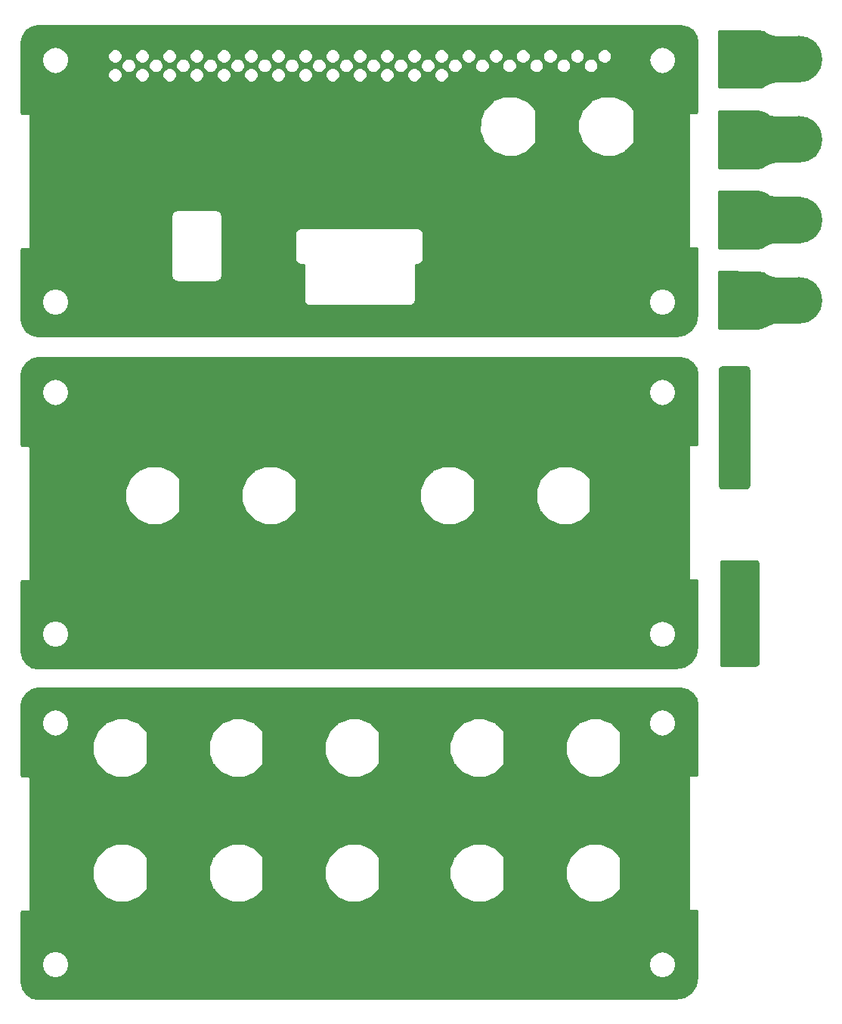
<source format=gbl>
%MOIN*%
%OFA0B0*%
%FSLAX46Y46*%
%IPPOS*%
%LPD*%
%ADD10C,0.005905511811023622*%
%ADD11C,0.031496062992125991*%
%ADD12C,0.01*%
%ADD23C,0.005905511811023622*%
%ADD24C,0.20472440944881892*%
%ADD25C,0.01*%
%ADD36C,0.005905511811023622*%
%ADD37C,0.20472440944881892*%
%ADD38C,0.01*%
%ADD49C,0.005905511811023622*%
%ADD50C,0.20472440944881892*%
%ADD51C,0.01*%
%ADD62C,0.005905511811023622*%
%ADD63C,0.20472440944881892*%
%ADD64C,0.01*%
%ADD75C,0.005905511811023622*%
%ADD76C,0.01*%
%ADD87C,0.005905511811023622*%
%ADD88C,0.01*%
%ADD99C,0.005905511811023622*%
%ADD100C,0.031496062992125991*%
%ADD101C,0.01*%
%ADD112C,0.005905511811023622*%
%ADD113C,0.031496062992125991*%
%ADD114C,0.01*%
%LPD*%
G01G01G01G01G01G01G01G01*
D10*
D11*
X0000000000Y0004330708D02*
X0002008852Y0003850810D03*
X0002029159Y0003926597D03*
X0002084639Y0003982076D03*
X0002160427Y0004002384D03*
X0002236214Y0003982076D03*
X0002291694Y0003926597D03*
X0002292317Y0003850810D03*
X0002291694Y0003775022D03*
X0002236214Y0003719542D03*
X0002160427Y0003699235D03*
X0002084639Y0003719542D03*
X0002029159Y0003775022D03*
X0002462230Y0003775022D03*
X0002517710Y0003719542D03*
X0002593497Y0003699235D03*
X0002669285Y0003719542D03*
X0002724765Y0003775022D03*
X0002725387Y0003850810D03*
X0002724765Y0003926597D03*
X0002669285Y0003982076D03*
X0002593497Y0004002384D03*
X0002517710Y0003982076D03*
X0002462230Y0003926597D03*
X0002441923Y0003850810D03*
D12*
G36*
X0002941596Y0004287519D02*
X0002965356Y0004271643D01*
X0002981233Y0004247882D01*
X0002986914Y0004219322D01*
X0002986914Y0003916447D01*
X0002986328Y0003913501D01*
X0002984960Y0003911454D01*
X0002982912Y0003910085D01*
X0002979965Y0003909499D01*
X0002953331Y0003909499D01*
X0002951267Y0003909089D01*
X0002949517Y0003907919D01*
X0002948347Y0003906169D01*
X0002947938Y0003904106D01*
X0002947938Y0003319854D01*
X0002948347Y0003317789D01*
X0002949517Y0003316039D01*
X0002951267Y0003314871D01*
X0002953331Y0003314460D01*
X0002979965Y0003314460D01*
X0002982912Y0003313874D01*
X0002984960Y0003312506D01*
X0002986328Y0003310458D01*
X0002986914Y0003307511D01*
X0002986914Y0003019598D01*
X0002979765Y0002983656D01*
X0002959706Y0002953636D01*
X0002929687Y0002933578D01*
X0002893744Y0002926428D01*
X0000079845Y0002926034D01*
X0000051287Y0002931716D01*
X0000027526Y0002947592D01*
X0000011650Y0002971353D01*
X0000005969Y0002999913D01*
X0000005969Y0003076743D01*
X0000095379Y0003076743D01*
X0000099985Y0003053587D01*
X0000113102Y0003033955D01*
X0000132733Y0003020838D01*
X0000155890Y0003016232D01*
X0000179047Y0003020838D01*
X0000198679Y0003033955D01*
X0000211796Y0003053587D01*
X0000216402Y0003076743D01*
X0000211796Y0003099900D01*
X0000198679Y0003119532D01*
X0000179047Y0003132649D01*
X0000155890Y0003137255D01*
X0000132733Y0003132649D01*
X0000113102Y0003119532D01*
X0000099985Y0003099900D01*
X0000095379Y0003076743D01*
X0000005969Y0003076743D01*
X0000005969Y0003303573D01*
X0000006555Y0003306521D01*
X0000007922Y0003308569D01*
X0000009971Y0003309937D01*
X0000012918Y0003310523D01*
X0000039552Y0003310523D01*
X0000041616Y0003310934D01*
X0000043366Y0003312103D01*
X0000044535Y0003313853D01*
X0000044945Y0003315917D01*
X0000044945Y0003454975D01*
X0000666253Y0003454975D01*
X0000666253Y0003191196D01*
X0000666387Y0003190522D01*
X0000666387Y0003189836D01*
X0000667886Y0003182303D01*
X0000667886Y0003182303D01*
X0000668926Y0003179790D01*
X0000673194Y0003173405D01*
X0000675115Y0003171482D01*
X0000681501Y0003167215D01*
X0000681501Y0003167215D01*
X0000682974Y0003166605D01*
X0000684014Y0003166174D01*
X0000684015Y0003166174D01*
X0000691548Y0003164676D01*
X0000692234Y0003164676D01*
X0000692907Y0003164542D01*
X0000864167Y0003164542D01*
X0000864840Y0003164676D01*
X0000865526Y0003164676D01*
X0000873060Y0003166174D01*
X0000873060Y0003166174D01*
X0000875572Y0003167215D01*
X0000881958Y0003171482D01*
X0000883881Y0003173405D01*
X0000888148Y0003179790D01*
X0000888148Y0003179790D01*
X0000889188Y0003182303D01*
X0000890687Y0003189836D01*
X0000890687Y0003190522D01*
X0000890821Y0003191196D01*
X0000890821Y0003376235D01*
X0001211529Y0003376235D01*
X0001211529Y0003266785D01*
X0001211663Y0003266113D01*
X0001211663Y0003265427D01*
X0001213162Y0003257892D01*
X0001213162Y0003257892D01*
X0001214202Y0003255381D01*
X0001218469Y0003248995D01*
X0001220392Y0003247073D01*
X0001226778Y0003242805D01*
X0001226778Y0003242805D01*
X0001228250Y0003242196D01*
X0001229290Y0003241765D01*
X0001229290Y0003241765D01*
X0001236823Y0003240266D01*
X0001237510Y0003240266D01*
X0001238183Y0003240132D01*
X0001250899Y0003240132D01*
X0001250899Y0003084895D01*
X0001251033Y0003084223D01*
X0001251033Y0003083537D01*
X0001252532Y0003076004D01*
X0001252532Y0003076004D01*
X0001253572Y0003073492D01*
X0001257839Y0003067105D01*
X0001259762Y0003065183D01*
X0001266148Y0003060916D01*
X0001266148Y0003060916D01*
X0001267620Y0003060306D01*
X0001268660Y0003059875D01*
X0001268660Y0003059875D01*
X0001276193Y0003058377D01*
X0001276880Y0003058377D01*
X0001277553Y0003058243D01*
X0001718498Y0003058243D01*
X0001719171Y0003058377D01*
X0001719857Y0003058377D01*
X0001727389Y0003059875D01*
X0001727389Y0003059875D01*
X0001729902Y0003060916D01*
X0001736289Y0003065183D01*
X0001738211Y0003067105D01*
X0001742478Y0003073492D01*
X0001742478Y0003073492D01*
X0001743088Y0003074963D01*
X0001743418Y0003075759D01*
X0002771560Y0003075759D01*
X0002776166Y0003052602D01*
X0002789283Y0003032971D01*
X0002808915Y0003019853D01*
X0002832071Y0003015247D01*
X0002855227Y0003019853D01*
X0002874859Y0003032971D01*
X0002887977Y0003052602D01*
X0002892583Y0003075759D01*
X0002887977Y0003098916D01*
X0002874859Y0003118547D01*
X0002855227Y0003131664D01*
X0002832071Y0003136271D01*
X0002808915Y0003131664D01*
X0002789283Y0003118547D01*
X0002776166Y0003098916D01*
X0002771560Y0003075759D01*
X0001743418Y0003075759D01*
X0001743519Y0003076004D01*
X0001743519Y0003076004D01*
X0001745017Y0003083537D01*
X0001745017Y0003084223D01*
X0001745151Y0003084895D01*
X0001745151Y0003240132D01*
X0001751960Y0003240132D01*
X0001752635Y0003240266D01*
X0001753322Y0003240266D01*
X0001760854Y0003241765D01*
X0001760854Y0003241765D01*
X0001763367Y0003242805D01*
X0001769753Y0003247073D01*
X0001771676Y0003248995D01*
X0001775943Y0003255381D01*
X0001775943Y0003255381D01*
X0001776983Y0003257892D01*
X0001778482Y0003265427D01*
X0001778482Y0003266113D01*
X0001778616Y0003266785D01*
X0001778616Y0003376235D01*
X0001778482Y0003376908D01*
X0001778482Y0003377594D01*
X0001776983Y0003385128D01*
X0001775943Y0003387640D01*
X0001775943Y0003387640D01*
X0001771676Y0003394026D01*
X0001769753Y0003395949D01*
X0001763367Y0003400216D01*
X0001760854Y0003401256D01*
X0001760854Y0003401256D01*
X0001753322Y0003402755D01*
X0001752635Y0003402755D01*
X0001751960Y0003402888D01*
X0001238183Y0003402888D01*
X0001237510Y0003402755D01*
X0001236823Y0003402755D01*
X0001229290Y0003401256D01*
X0001229290Y0003401256D01*
X0001228303Y0003400846D01*
X0001226778Y0003400216D01*
X0001226778Y0003400216D01*
X0001220392Y0003395949D01*
X0001218469Y0003394026D01*
X0001214202Y0003387640D01*
X0001214202Y0003387640D01*
X0001213162Y0003385128D01*
X0001211663Y0003377594D01*
X0001211663Y0003376908D01*
X0001211529Y0003376235D01*
X0000890821Y0003376235D01*
X0000890821Y0003454975D01*
X0000890687Y0003455647D01*
X0000890687Y0003456335D01*
X0000889188Y0003463868D01*
X0000888148Y0003466379D01*
X0000888148Y0003466379D01*
X0000883880Y0003472766D01*
X0000881958Y0003474689D01*
X0000875572Y0003478956D01*
X0000873060Y0003479996D01*
X0000873060Y0003479996D01*
X0000865526Y0003481495D01*
X0000864840Y0003481495D01*
X0000864167Y0003481629D01*
X0000692907Y0003481629D01*
X0000692234Y0003481495D01*
X0000691548Y0003481495D01*
X0000684015Y0003479996D01*
X0000684014Y0003479996D01*
X0000683028Y0003479588D01*
X0000681501Y0003478956D01*
X0000681501Y0003478956D01*
X0000675115Y0003474689D01*
X0000673194Y0003472766D01*
X0000668926Y0003466379D01*
X0000668926Y0003466379D01*
X0000667886Y0003463868D01*
X0000666387Y0003456335D01*
X0000666387Y0003455647D01*
X0000666253Y0003454975D01*
X0000044945Y0003454975D01*
X0000044945Y0003826045D01*
X0002026921Y0003826045D01*
X0002027521Y0003823000D01*
X0002027521Y0003823000D01*
X0002046560Y0003776840D01*
X0002046560Y0003776840D01*
X0002046790Y0003776495D01*
X0002048280Y0003774257D01*
X0002048280Y0003774257D01*
X0002083535Y0003738896D01*
X0002083535Y0003738896D01*
X0002084569Y0003738202D01*
X0002086112Y0003737168D01*
X0002086113Y0003737168D01*
X0002132216Y0003717988D01*
X0002132216Y0003717988D01*
X0002135258Y0003717379D01*
X0002185191Y0003717304D01*
X0002188236Y0003717904D01*
X0002188236Y0003717905D01*
X0002234397Y0003736943D01*
X0002234397Y0003736943D01*
X0002235947Y0003737976D01*
X0002236980Y0003738663D01*
X0002236980Y0003738663D01*
X0002272341Y0003773918D01*
X0002272344Y0003773923D01*
X0002272350Y0003773926D01*
X0002273212Y0003775218D01*
X0002274069Y0003776495D01*
X0002274070Y0003776501D01*
X0002274073Y0003776506D01*
X0002274371Y0003778002D01*
X0002274679Y0003779538D01*
X0002274678Y0003779544D01*
X0002274679Y0003779550D01*
X0002274679Y0003826045D01*
X0002459992Y0003826045D01*
X0002460592Y0003823000D01*
X0002460592Y0003823000D01*
X0002479631Y0003776840D01*
X0002479631Y0003776840D01*
X0002479861Y0003776495D01*
X0002481351Y0003774257D01*
X0002481351Y0003774257D01*
X0002516606Y0003738896D01*
X0002516606Y0003738896D01*
X0002517640Y0003738202D01*
X0002519183Y0003737168D01*
X0002519184Y0003737168D01*
X0002565286Y0003717988D01*
X0002565287Y0003717988D01*
X0002568329Y0003717379D01*
X0002618262Y0003717304D01*
X0002621307Y0003717904D01*
X0002621307Y0003717905D01*
X0002667467Y0003736943D01*
X0002667468Y0003736943D01*
X0002669018Y0003737976D01*
X0002670050Y0003738663D01*
X0002670050Y0003738663D01*
X0002705411Y0003773918D01*
X0002705415Y0003773923D01*
X0002705420Y0003773926D01*
X0002706283Y0003775218D01*
X0002707140Y0003776495D01*
X0002707140Y0003776501D01*
X0002707144Y0003776506D01*
X0002707442Y0003778002D01*
X0002707750Y0003779538D01*
X0002707748Y0003779544D01*
X0002707750Y0003779550D01*
X0002707750Y0003922069D01*
X0002707750Y0003922070D01*
X0002707144Y0003925113D01*
X0002705420Y0003927693D01*
X0002670381Y0003962732D01*
X0002669087Y0003963597D01*
X0002667812Y0003964452D01*
X0002667801Y0003964456D01*
X0002667801Y0003964456D01*
X0002667801Y0003964456D01*
X0002621709Y0003983630D01*
X0002621709Y0003983630D01*
X0002621709Y0003983630D01*
X0002619276Y0003984118D01*
X0002618666Y0003984240D01*
X0002618666Y0003984240D01*
X0002568732Y0003984316D01*
X0002565688Y0003983714D01*
X0002519528Y0003964676D01*
X0002519528Y0003964676D01*
X0002516945Y0003962956D01*
X0002481584Y0003927701D01*
X0002479856Y0003925124D01*
X0002479856Y0003925124D01*
X0002460677Y0003879021D01*
X0002460677Y0003879021D01*
X0002460067Y0003875978D01*
X0002459992Y0003826045D01*
X0002274679Y0003826045D01*
X0002274679Y0003922069D01*
X0002274679Y0003922070D01*
X0002274073Y0003925113D01*
X0002272350Y0003927693D01*
X0002237310Y0003962732D01*
X0002236016Y0003963597D01*
X0002234741Y0003964452D01*
X0002234730Y0003964456D01*
X0002234730Y0003964456D01*
X0002234730Y0003964456D01*
X0002188638Y0003983630D01*
X0002188638Y0003983630D01*
X0002188638Y0003983630D01*
X0002186205Y0003984118D01*
X0002185595Y0003984240D01*
X0002185595Y0003984240D01*
X0002135662Y0003984316D01*
X0002132618Y0003983714D01*
X0002086456Y0003964676D01*
X0002086456Y0003964676D01*
X0002083873Y0003962956D01*
X0002048512Y0003927701D01*
X0002046784Y0003925124D01*
X0002046784Y0003925124D01*
X0002027606Y0003879021D01*
X0002027606Y0003879021D01*
X0002026996Y0003875978D01*
X0002026921Y0003826045D01*
X0000044945Y0003826045D01*
X0000044945Y0003900168D01*
X0000044535Y0003902233D01*
X0000043366Y0003903983D01*
X0000041616Y0003905152D01*
X0000039552Y0003905561D01*
X0000012918Y0003905561D01*
X0000009971Y0003906148D01*
X0000007922Y0003907517D01*
X0000006555Y0003909564D01*
X0000005969Y0003912511D01*
X0000005969Y0004070099D01*
X0000386731Y0004070099D01*
X0000391678Y0004058127D01*
X0000400829Y0004048960D01*
X0000412791Y0004043993D01*
X0000425743Y0004043980D01*
X0000437715Y0004048928D01*
X0000446881Y0004058079D01*
X0000451849Y0004070042D01*
X0000451849Y0004070099D01*
X0000506633Y0004070099D01*
X0000511579Y0004058127D01*
X0000520730Y0004048960D01*
X0000532693Y0004043993D01*
X0000545645Y0004043980D01*
X0000557617Y0004048928D01*
X0000566784Y0004058079D01*
X0000571751Y0004070042D01*
X0000571751Y0004070099D01*
X0000626534Y0004070099D01*
X0000631481Y0004058127D01*
X0000640632Y0004048960D01*
X0000652594Y0004043993D01*
X0000665547Y0004043980D01*
X0000677518Y0004048928D01*
X0000686685Y0004058079D01*
X0000691652Y0004070042D01*
X0000691652Y0004070099D01*
X0000746436Y0004070099D01*
X0000751382Y0004058127D01*
X0000760532Y0004048960D01*
X0000772496Y0004043993D01*
X0000785449Y0004043980D01*
X0000797420Y0004048928D01*
X0000806587Y0004058079D01*
X0000811554Y0004070042D01*
X0000811554Y0004070099D01*
X0000866337Y0004070099D01*
X0000871284Y0004058127D01*
X0000880435Y0004048960D01*
X0000892397Y0004043993D01*
X0000905350Y0004043980D01*
X0000917321Y0004048928D01*
X0000926488Y0004058079D01*
X0000931455Y0004070042D01*
X0000931455Y0004070099D01*
X0000986239Y0004070099D01*
X0000991185Y0004058127D01*
X0001000335Y0004048960D01*
X0001012299Y0004043993D01*
X0001025252Y0004043980D01*
X0001037223Y0004048928D01*
X0001046389Y0004058079D01*
X0001051357Y0004070042D01*
X0001051357Y0004070099D01*
X0001106141Y0004070099D01*
X0001111087Y0004058127D01*
X0001120238Y0004048960D01*
X0001132200Y0004043993D01*
X0001145153Y0004043980D01*
X0001157124Y0004048928D01*
X0001166291Y0004058079D01*
X0001171259Y0004070042D01*
X0001171259Y0004070099D01*
X0001226042Y0004070099D01*
X0001230989Y0004058127D01*
X0001240140Y0004048960D01*
X0001252102Y0004043993D01*
X0001265055Y0004043980D01*
X0001277026Y0004048928D01*
X0001286193Y0004058079D01*
X0001291160Y0004070042D01*
X0001291160Y0004070099D01*
X0001345944Y0004070099D01*
X0001350890Y0004058127D01*
X0001360041Y0004048960D01*
X0001372004Y0004043993D01*
X0001384956Y0004043980D01*
X0001396928Y0004048928D01*
X0001406095Y0004058079D01*
X0001411062Y0004070042D01*
X0001411062Y0004070099D01*
X0001465845Y0004070099D01*
X0001470792Y0004058127D01*
X0001479943Y0004048960D01*
X0001491905Y0004043993D01*
X0001504858Y0004043980D01*
X0001516829Y0004048928D01*
X0001525996Y0004058079D01*
X0001530963Y0004070042D01*
X0001530963Y0004070099D01*
X0001585747Y0004070099D01*
X0001590693Y0004058127D01*
X0001599844Y0004048960D01*
X0001611807Y0004043993D01*
X0001624760Y0004043980D01*
X0001636731Y0004048928D01*
X0001645898Y0004058079D01*
X0001650865Y0004070042D01*
X0001650865Y0004070099D01*
X0001705648Y0004070099D01*
X0001710595Y0004058127D01*
X0001719746Y0004048960D01*
X0001731708Y0004043993D01*
X0001744661Y0004043980D01*
X0001756632Y0004048928D01*
X0001765799Y0004058079D01*
X0001770767Y0004070042D01*
X0001770767Y0004070099D01*
X0001825550Y0004070099D01*
X0001830496Y0004058127D01*
X0001839647Y0004048960D01*
X0001851610Y0004043993D01*
X0001864563Y0004043980D01*
X0001876534Y0004048928D01*
X0001885701Y0004058079D01*
X0001890668Y0004070042D01*
X0001890679Y0004082995D01*
X0001885732Y0004094966D01*
X0001876582Y0004104133D01*
X0001864619Y0004109098D01*
X0001851667Y0004109111D01*
X0001839696Y0004104165D01*
X0001830529Y0004095014D01*
X0001825560Y0004083051D01*
X0001825550Y0004070099D01*
X0001770767Y0004070099D01*
X0001770778Y0004082995D01*
X0001765831Y0004094966D01*
X0001756680Y0004104133D01*
X0001744718Y0004109098D01*
X0001731765Y0004109111D01*
X0001719794Y0004104165D01*
X0001710627Y0004095014D01*
X0001705660Y0004083051D01*
X0001705648Y0004070099D01*
X0001650865Y0004070099D01*
X0001650876Y0004082995D01*
X0001645930Y0004094966D01*
X0001636779Y0004104133D01*
X0001624816Y0004109098D01*
X0001611864Y0004109111D01*
X0001599892Y0004104165D01*
X0001590724Y0004095014D01*
X0001585757Y0004083051D01*
X0001585747Y0004070099D01*
X0001530963Y0004070099D01*
X0001530975Y0004082995D01*
X0001526028Y0004094966D01*
X0001516877Y0004104133D01*
X0001504915Y0004109098D01*
X0001491962Y0004109111D01*
X0001479991Y0004104165D01*
X0001470824Y0004095014D01*
X0001465857Y0004083051D01*
X0001465845Y0004070099D01*
X0001411062Y0004070099D01*
X0001411073Y0004082995D01*
X0001406127Y0004094966D01*
X0001396976Y0004104133D01*
X0001385013Y0004109098D01*
X0001372060Y0004109111D01*
X0001360089Y0004104165D01*
X0001350921Y0004095014D01*
X0001345953Y0004083051D01*
X0001345944Y0004070099D01*
X0001291160Y0004070099D01*
X0001291172Y0004082995D01*
X0001286225Y0004094966D01*
X0001277074Y0004104133D01*
X0001265112Y0004109098D01*
X0001252159Y0004109111D01*
X0001240188Y0004104165D01*
X0001231021Y0004095014D01*
X0001226053Y0004083051D01*
X0001226042Y0004070099D01*
X0001171259Y0004070099D01*
X0001171270Y0004082995D01*
X0001166324Y0004094966D01*
X0001157173Y0004104133D01*
X0001145210Y0004109098D01*
X0001132257Y0004109111D01*
X0001120286Y0004104165D01*
X0001111119Y0004095014D01*
X0001106152Y0004083051D01*
X0001106141Y0004070099D01*
X0001051357Y0004070099D01*
X0001051368Y0004082995D01*
X0001046422Y0004094966D01*
X0001037271Y0004104133D01*
X0001025309Y0004109098D01*
X0001012356Y0004109111D01*
X0001000385Y0004104165D01*
X0000991218Y0004095014D01*
X0000986250Y0004083051D01*
X0000986239Y0004070099D01*
X0000931455Y0004070099D01*
X0000931467Y0004082995D01*
X0000926519Y0004094966D01*
X0000917369Y0004104133D01*
X0000905407Y0004109098D01*
X0000892454Y0004109111D01*
X0000880483Y0004104165D01*
X0000871316Y0004095014D01*
X0000866349Y0004083051D01*
X0000866337Y0004070099D01*
X0000811554Y0004070099D01*
X0000811565Y0004082995D01*
X0000806619Y0004094966D01*
X0000797468Y0004104133D01*
X0000785505Y0004109098D01*
X0000772553Y0004109111D01*
X0000760581Y0004104165D01*
X0000751414Y0004095014D01*
X0000746447Y0004083051D01*
X0000746436Y0004070099D01*
X0000691652Y0004070099D01*
X0000691664Y0004082995D01*
X0000686716Y0004094966D01*
X0000677566Y0004104133D01*
X0000665604Y0004109098D01*
X0000652651Y0004109111D01*
X0000640680Y0004104165D01*
X0000631513Y0004095014D01*
X0000626546Y0004083051D01*
X0000626534Y0004070099D01*
X0000571751Y0004070099D01*
X0000571762Y0004082995D01*
X0000566816Y0004094966D01*
X0000557665Y0004104133D01*
X0000545702Y0004109098D01*
X0000532749Y0004109111D01*
X0000520777Y0004104165D01*
X0000511611Y0004095014D01*
X0000506644Y0004083051D01*
X0000506633Y0004070099D01*
X0000451849Y0004070099D01*
X0000451861Y0004082995D01*
X0000446914Y0004094966D01*
X0000437762Y0004104133D01*
X0000425800Y0004109098D01*
X0000412848Y0004109111D01*
X0000400877Y0004104165D01*
X0000391710Y0004095014D01*
X0000386741Y0004083051D01*
X0000386731Y0004070099D01*
X0000005969Y0004070099D01*
X0000005969Y0004141704D01*
X0000095379Y0004141704D01*
X0000099985Y0004118547D01*
X0000113102Y0004098916D01*
X0000132733Y0004085797D01*
X0000155890Y0004081190D01*
X0000179047Y0004085797D01*
X0000198679Y0004098916D01*
X0000206782Y0004111042D01*
X0000446574Y0004111042D01*
X0000451519Y0004099071D01*
X0000460671Y0004089905D01*
X0000472634Y0004084938D01*
X0000485586Y0004084927D01*
X0000497557Y0004089873D01*
X0000506725Y0004099024D01*
X0000511692Y0004110985D01*
X0000511692Y0004111042D01*
X0000566475Y0004111042D01*
X0000571422Y0004099071D01*
X0000580573Y0004089905D01*
X0000592535Y0004084938D01*
X0000605488Y0004084927D01*
X0000617459Y0004089873D01*
X0000626626Y0004099024D01*
X0000631593Y0004110985D01*
X0000631593Y0004111042D01*
X0000686377Y0004111042D01*
X0000691323Y0004099071D01*
X0000700474Y0004089905D01*
X0000712437Y0004084938D01*
X0000725390Y0004084927D01*
X0000737361Y0004089873D01*
X0000746528Y0004099024D01*
X0000751494Y0004110985D01*
X0000751494Y0004111042D01*
X0000806278Y0004111042D01*
X0000811225Y0004099071D01*
X0000820376Y0004089905D01*
X0000832338Y0004084938D01*
X0000845291Y0004084927D01*
X0000857262Y0004089873D01*
X0000866429Y0004099024D01*
X0000871396Y0004110985D01*
X0000871397Y0004111042D01*
X0000926180Y0004111042D01*
X0000931126Y0004099071D01*
X0000940277Y0004089905D01*
X0000952240Y0004084938D01*
X0000965193Y0004084927D01*
X0000977164Y0004089873D01*
X0000986331Y0004099024D01*
X0000991297Y0004110985D01*
X0000991297Y0004111042D01*
X0001046082Y0004111042D01*
X0001051028Y0004099071D01*
X0001060179Y0004089905D01*
X0001072141Y0004084938D01*
X0001085094Y0004084927D01*
X0001097065Y0004089873D01*
X0001106232Y0004099024D01*
X0001111200Y0004110985D01*
X0001111200Y0004111042D01*
X0001165983Y0004111042D01*
X0001170930Y0004099071D01*
X0001180080Y0004089905D01*
X0001192043Y0004084938D01*
X0001204996Y0004084927D01*
X0001216967Y0004089873D01*
X0001226134Y0004099024D01*
X0001231101Y0004110985D01*
X0001231101Y0004111042D01*
X0001285885Y0004111042D01*
X0001290830Y0004099071D01*
X0001299982Y0004089905D01*
X0001311945Y0004084938D01*
X0001324897Y0004084927D01*
X0001336869Y0004089873D01*
X0001346036Y0004099024D01*
X0001351003Y0004110985D01*
X0001351003Y0004111042D01*
X0001405786Y0004111042D01*
X0001410733Y0004099071D01*
X0001419884Y0004089905D01*
X0001431846Y0004084938D01*
X0001444799Y0004084927D01*
X0001456770Y0004089873D01*
X0001465937Y0004099024D01*
X0001470904Y0004110985D01*
X0001470904Y0004111042D01*
X0001525688Y0004111042D01*
X0001530633Y0004099071D01*
X0001539785Y0004089905D01*
X0001551748Y0004084938D01*
X0001564701Y0004084927D01*
X0001576672Y0004089873D01*
X0001585839Y0004099024D01*
X0001590806Y0004110985D01*
X0001590806Y0004111042D01*
X0001645589Y0004111042D01*
X0001650536Y0004099071D01*
X0001659687Y0004089905D01*
X0001671649Y0004084938D01*
X0001684602Y0004084927D01*
X0001696573Y0004089873D01*
X0001705740Y0004099024D01*
X0001710707Y0004110985D01*
X0001710708Y0004111042D01*
X0001765491Y0004111042D01*
X0001770436Y0004099071D01*
X0001779588Y0004089905D01*
X0001791551Y0004084938D01*
X0001804504Y0004084927D01*
X0001816475Y0004089873D01*
X0001825642Y0004099024D01*
X0001830609Y0004110985D01*
X0001830609Y0004111042D01*
X0001885393Y0004111042D01*
X0001890339Y0004099071D01*
X0001899490Y0004089905D01*
X0001911452Y0004084938D01*
X0001924405Y0004084927D01*
X0001936376Y0004089873D01*
X0001945543Y0004099024D01*
X0001950511Y0004110985D01*
X0001950511Y0004111042D01*
X0002005294Y0004111042D01*
X0002010241Y0004099071D01*
X0002019391Y0004089905D01*
X0002031353Y0004084938D01*
X0002044306Y0004084927D01*
X0002056277Y0004089873D01*
X0002065445Y0004099024D01*
X0002070412Y0004110985D01*
X0002070412Y0004111042D01*
X0002125196Y0004111042D01*
X0002130142Y0004099071D01*
X0002139293Y0004089905D01*
X0002151256Y0004084938D01*
X0002164208Y0004084927D01*
X0002176180Y0004089873D01*
X0002185347Y0004099024D01*
X0002190314Y0004110985D01*
X0002190314Y0004111042D01*
X0002245097Y0004111042D01*
X0002250044Y0004099071D01*
X0002259195Y0004089905D01*
X0002271157Y0004084938D01*
X0002284110Y0004084927D01*
X0002296081Y0004089873D01*
X0002305248Y0004099024D01*
X0002310215Y0004110985D01*
X0002310215Y0004111042D01*
X0002364999Y0004111042D01*
X0002369945Y0004099071D01*
X0002379096Y0004089905D01*
X0002391059Y0004084938D01*
X0002404012Y0004084927D01*
X0002415983Y0004089873D01*
X0002425150Y0004099024D01*
X0002430117Y0004110985D01*
X0002430117Y0004111042D01*
X0002484900Y0004111042D01*
X0002489847Y0004099071D01*
X0002498998Y0004089905D01*
X0002510960Y0004084938D01*
X0002523913Y0004084927D01*
X0002535884Y0004089873D01*
X0002545051Y0004099024D01*
X0002550019Y0004110985D01*
X0002550029Y0004123939D01*
X0002545083Y0004135911D01*
X0002535932Y0004145078D01*
X0002523970Y0004150045D01*
X0002511017Y0004150056D01*
X0002499046Y0004145110D01*
X0002489879Y0004135957D01*
X0002484912Y0004123996D01*
X0002484900Y0004111042D01*
X0002430117Y0004111042D01*
X0002430128Y0004123939D01*
X0002425182Y0004135911D01*
X0002416031Y0004145078D01*
X0002404068Y0004150045D01*
X0002391116Y0004150056D01*
X0002379144Y0004145110D01*
X0002369977Y0004135957D01*
X0002365010Y0004123996D01*
X0002364999Y0004111042D01*
X0002310215Y0004111042D01*
X0002310227Y0004123939D01*
X0002305280Y0004135911D01*
X0002296129Y0004145078D01*
X0002284167Y0004150045D01*
X0002271214Y0004150056D01*
X0002259243Y0004145110D01*
X0002250076Y0004135957D01*
X0002245109Y0004123996D01*
X0002245097Y0004111042D01*
X0002190314Y0004111042D01*
X0002190325Y0004123939D01*
X0002185379Y0004135911D01*
X0002176228Y0004145078D01*
X0002164265Y0004150045D01*
X0002151312Y0004150056D01*
X0002139341Y0004145110D01*
X0002130174Y0004135957D01*
X0002125207Y0004123996D01*
X0002125196Y0004111042D01*
X0002070412Y0004111042D01*
X0002070424Y0004123939D01*
X0002065477Y0004135911D01*
X0002056325Y0004145078D01*
X0002044363Y0004150045D01*
X0002031410Y0004150056D01*
X0002019440Y0004145110D01*
X0002010273Y0004135957D01*
X0002005305Y0004123996D01*
X0002005294Y0004111042D01*
X0001950511Y0004111042D01*
X0001950522Y0004123939D01*
X0001945575Y0004135911D01*
X0001936425Y0004145078D01*
X0001924462Y0004150045D01*
X0001911509Y0004150056D01*
X0001899538Y0004145110D01*
X0001890371Y0004135957D01*
X0001885404Y0004123996D01*
X0001885393Y0004111042D01*
X0001830609Y0004111042D01*
X0001830620Y0004123939D01*
X0001825674Y0004135911D01*
X0001816523Y0004145078D01*
X0001804560Y0004150045D01*
X0001791608Y0004150056D01*
X0001779637Y0004145110D01*
X0001770470Y0004135957D01*
X0001765502Y0004123996D01*
X0001765491Y0004111042D01*
X0001710708Y0004111042D01*
X0001710719Y0004123939D01*
X0001705772Y0004135911D01*
X0001696621Y0004145078D01*
X0001684659Y0004150045D01*
X0001671706Y0004150056D01*
X0001659735Y0004145110D01*
X0001650568Y0004135957D01*
X0001645601Y0004123996D01*
X0001645589Y0004111042D01*
X0001590806Y0004111042D01*
X0001590817Y0004123939D01*
X0001585871Y0004135911D01*
X0001576720Y0004145078D01*
X0001564757Y0004150045D01*
X0001551805Y0004150056D01*
X0001539833Y0004145110D01*
X0001530666Y0004135957D01*
X0001525699Y0004123996D01*
X0001525688Y0004111042D01*
X0001470904Y0004111042D01*
X0001470916Y0004123939D01*
X0001465969Y0004135911D01*
X0001456818Y0004145078D01*
X0001444856Y0004150045D01*
X0001431903Y0004150056D01*
X0001419932Y0004145110D01*
X0001410765Y0004135957D01*
X0001405798Y0004123996D01*
X0001405786Y0004111042D01*
X0001351003Y0004111042D01*
X0001351014Y0004123939D01*
X0001346068Y0004135911D01*
X0001336917Y0004145078D01*
X0001324954Y0004150045D01*
X0001311999Y0004150056D01*
X0001300030Y0004145110D01*
X0001290863Y0004135957D01*
X0001285896Y0004123996D01*
X0001285885Y0004111042D01*
X0001231101Y0004111042D01*
X0001231112Y0004123939D01*
X0001226166Y0004135911D01*
X0001217015Y0004145078D01*
X0001205053Y0004150045D01*
X0001192100Y0004150056D01*
X0001180129Y0004145110D01*
X0001170962Y0004135957D01*
X0001165994Y0004123996D01*
X0001165983Y0004111042D01*
X0001111200Y0004111042D01*
X0001111211Y0004123939D01*
X0001106265Y0004135911D01*
X0001097114Y0004145078D01*
X0001085151Y0004150045D01*
X0001072198Y0004150056D01*
X0001060227Y0004145110D01*
X0001051060Y0004135957D01*
X0001046092Y0004123996D01*
X0001046082Y0004111042D01*
X0000991297Y0004111042D01*
X0000991309Y0004123939D01*
X0000986363Y0004135911D01*
X0000977212Y0004145078D01*
X0000965249Y0004150045D01*
X0000952297Y0004150056D01*
X0000940326Y0004145110D01*
X0000931159Y0004135957D01*
X0000926191Y0004123996D01*
X0000926180Y0004111042D01*
X0000871397Y0004111042D01*
X0000871408Y0004123939D01*
X0000866461Y0004135911D01*
X0000857310Y0004145078D01*
X0000845348Y0004150045D01*
X0000832395Y0004150056D01*
X0000820424Y0004145110D01*
X0000811257Y0004135957D01*
X0000806290Y0004123996D01*
X0000806278Y0004111042D01*
X0000751494Y0004111042D01*
X0000751506Y0004123939D01*
X0000746560Y0004135911D01*
X0000737409Y0004145078D01*
X0000725446Y0004150045D01*
X0000712494Y0004150056D01*
X0000700521Y0004145110D01*
X0000691355Y0004135957D01*
X0000686388Y0004123996D01*
X0000686377Y0004111042D01*
X0000631593Y0004111042D01*
X0000631605Y0004123939D01*
X0000626658Y0004135911D01*
X0000617507Y0004145078D01*
X0000605545Y0004150045D01*
X0000592592Y0004150056D01*
X0000580621Y0004145110D01*
X0000571454Y0004135957D01*
X0000566487Y0004123996D01*
X0000566475Y0004111042D01*
X0000511692Y0004111042D01*
X0000511703Y0004123939D01*
X0000506757Y0004135911D01*
X0000497606Y0004145078D01*
X0000485643Y0004150045D01*
X0000472690Y0004150056D01*
X0000460719Y0004145110D01*
X0000451552Y0004135957D01*
X0000446585Y0004123996D01*
X0000446574Y0004111042D01*
X0000206782Y0004111042D01*
X0000211796Y0004118547D01*
X0000216402Y0004141704D01*
X0000214200Y0004152776D01*
X0000386731Y0004152776D01*
X0000391678Y0004140805D01*
X0000400829Y0004131636D01*
X0000412791Y0004126670D01*
X0000425743Y0004126659D01*
X0000437715Y0004131605D01*
X0000446881Y0004140755D01*
X0000451849Y0004152719D01*
X0000451849Y0004152776D01*
X0000506633Y0004152776D01*
X0000511579Y0004140805D01*
X0000520730Y0004131636D01*
X0000532693Y0004126670D01*
X0000545645Y0004126659D01*
X0000557617Y0004131605D01*
X0000566784Y0004140755D01*
X0000571751Y0004152719D01*
X0000571751Y0004152776D01*
X0000626534Y0004152776D01*
X0000631481Y0004140805D01*
X0000640632Y0004131636D01*
X0000652594Y0004126670D01*
X0000665547Y0004126659D01*
X0000677518Y0004131605D01*
X0000686685Y0004140755D01*
X0000691652Y0004152719D01*
X0000691652Y0004152776D01*
X0000746436Y0004152776D01*
X0000751382Y0004140805D01*
X0000760532Y0004131636D01*
X0000772496Y0004126670D01*
X0000785449Y0004126659D01*
X0000797420Y0004131605D01*
X0000806587Y0004140755D01*
X0000811554Y0004152719D01*
X0000811554Y0004152776D01*
X0000866337Y0004152776D01*
X0000871284Y0004140805D01*
X0000880435Y0004131636D01*
X0000892397Y0004126670D01*
X0000905350Y0004126659D01*
X0000917321Y0004131605D01*
X0000926488Y0004140755D01*
X0000931455Y0004152719D01*
X0000931455Y0004152776D01*
X0000986239Y0004152776D01*
X0000991185Y0004140805D01*
X0001000335Y0004131636D01*
X0001012299Y0004126670D01*
X0001025252Y0004126659D01*
X0001037223Y0004131605D01*
X0001046389Y0004140755D01*
X0001051357Y0004152719D01*
X0001051357Y0004152776D01*
X0001106141Y0004152776D01*
X0001111087Y0004140805D01*
X0001120238Y0004131636D01*
X0001132200Y0004126670D01*
X0001145153Y0004126659D01*
X0001157124Y0004131605D01*
X0001166291Y0004140755D01*
X0001171259Y0004152719D01*
X0001171259Y0004152776D01*
X0001226042Y0004152776D01*
X0001230989Y0004140805D01*
X0001240140Y0004131636D01*
X0001252102Y0004126670D01*
X0001265055Y0004126659D01*
X0001277026Y0004131605D01*
X0001286193Y0004140755D01*
X0001291160Y0004152719D01*
X0001291160Y0004152776D01*
X0001345944Y0004152776D01*
X0001350890Y0004140805D01*
X0001360041Y0004131636D01*
X0001372004Y0004126670D01*
X0001384956Y0004126659D01*
X0001396928Y0004131605D01*
X0001406095Y0004140755D01*
X0001411062Y0004152719D01*
X0001411062Y0004152776D01*
X0001465845Y0004152776D01*
X0001470792Y0004140805D01*
X0001479943Y0004131636D01*
X0001491905Y0004126670D01*
X0001504858Y0004126659D01*
X0001516829Y0004131605D01*
X0001525996Y0004140755D01*
X0001530963Y0004152719D01*
X0001530963Y0004152776D01*
X0001585747Y0004152776D01*
X0001590693Y0004140805D01*
X0001599844Y0004131636D01*
X0001611807Y0004126670D01*
X0001624760Y0004126659D01*
X0001636731Y0004131605D01*
X0001645898Y0004140755D01*
X0001650865Y0004152719D01*
X0001650865Y0004152776D01*
X0001705648Y0004152776D01*
X0001710595Y0004140805D01*
X0001719746Y0004131636D01*
X0001731708Y0004126670D01*
X0001744661Y0004126659D01*
X0001756632Y0004131605D01*
X0001765799Y0004140755D01*
X0001770767Y0004152719D01*
X0001770767Y0004152776D01*
X0001825550Y0004152776D01*
X0001830496Y0004140805D01*
X0001839647Y0004131636D01*
X0001851610Y0004126670D01*
X0001864563Y0004126659D01*
X0001876534Y0004131605D01*
X0001885701Y0004140755D01*
X0001890668Y0004152719D01*
X0001890668Y0004152776D01*
X0001945451Y0004152776D01*
X0001950397Y0004140805D01*
X0001959549Y0004131636D01*
X0001971512Y0004126670D01*
X0001984464Y0004126659D01*
X0001996435Y0004131605D01*
X0002005602Y0004140755D01*
X0002010570Y0004152719D01*
X0002010570Y0004152776D01*
X0002065353Y0004152776D01*
X0002070300Y0004140805D01*
X0002079451Y0004131636D01*
X0002091413Y0004126670D01*
X0002104366Y0004126659D01*
X0002116337Y0004131605D01*
X0002125504Y0004140755D01*
X0002130471Y0004152719D01*
X0002130471Y0004152776D01*
X0002185255Y0004152776D01*
X0002190201Y0004140805D01*
X0002199352Y0004131636D01*
X0002211315Y0004126670D01*
X0002224267Y0004126659D01*
X0002236239Y0004131605D01*
X0002245406Y0004140755D01*
X0002250373Y0004152719D01*
X0002250373Y0004152776D01*
X0002305156Y0004152776D01*
X0002310103Y0004140805D01*
X0002319254Y0004131636D01*
X0002331216Y0004126670D01*
X0002344169Y0004126659D01*
X0002356140Y0004131605D01*
X0002365307Y0004140755D01*
X0002370274Y0004152719D01*
X0002370274Y0004152776D01*
X0002425058Y0004152776D01*
X0002430004Y0004140805D01*
X0002439155Y0004131636D01*
X0002451118Y0004126670D01*
X0002464071Y0004126659D01*
X0002476042Y0004131605D01*
X0002485209Y0004140755D01*
X0002490176Y0004152719D01*
X0002490176Y0004152776D01*
X0002544959Y0004152776D01*
X0002549905Y0004140805D01*
X0002559057Y0004131636D01*
X0002571018Y0004126670D01*
X0002583972Y0004126659D01*
X0002595942Y0004131605D01*
X0002605110Y0004140755D01*
X0002605504Y0004141704D01*
X0002772544Y0004141704D01*
X0002777150Y0004118547D01*
X0002790267Y0004098916D01*
X0002809899Y0004085797D01*
X0002833056Y0004081190D01*
X0002856212Y0004085797D01*
X0002875844Y0004098916D01*
X0002888960Y0004118547D01*
X0002893567Y0004141704D01*
X0002888960Y0004164861D01*
X0002875844Y0004184491D01*
X0002856212Y0004197610D01*
X0002833056Y0004202216D01*
X0002809899Y0004197610D01*
X0002790267Y0004184491D01*
X0002777150Y0004164861D01*
X0002772544Y0004141704D01*
X0002605504Y0004141704D01*
X0002610078Y0004152719D01*
X0002610089Y0004165672D01*
X0002605142Y0004177643D01*
X0002595991Y0004186810D01*
X0002584029Y0004191777D01*
X0002571076Y0004191788D01*
X0002559105Y0004186842D01*
X0002549938Y0004177691D01*
X0002544971Y0004165729D01*
X0002544959Y0004152776D01*
X0002490176Y0004152776D01*
X0002490187Y0004165672D01*
X0002485241Y0004177643D01*
X0002476090Y0004186810D01*
X0002464127Y0004191777D01*
X0002451175Y0004191788D01*
X0002439203Y0004186842D01*
X0002430036Y0004177691D01*
X0002425069Y0004165729D01*
X0002425058Y0004152776D01*
X0002370274Y0004152776D01*
X0002370286Y0004165672D01*
X0002365339Y0004177643D01*
X0002356188Y0004186810D01*
X0002344226Y0004191777D01*
X0002331273Y0004191788D01*
X0002319302Y0004186842D01*
X0002310135Y0004177691D01*
X0002305168Y0004165729D01*
X0002305156Y0004152776D01*
X0002250373Y0004152776D01*
X0002250384Y0004165672D01*
X0002245438Y0004177643D01*
X0002236287Y0004186810D01*
X0002224324Y0004191777D01*
X0002211371Y0004191788D01*
X0002199400Y0004186842D01*
X0002190233Y0004177691D01*
X0002185266Y0004165729D01*
X0002185255Y0004152776D01*
X0002130471Y0004152776D01*
X0002130483Y0004165672D01*
X0002125536Y0004177643D01*
X0002116385Y0004186810D01*
X0002104423Y0004191777D01*
X0002091470Y0004191788D01*
X0002079499Y0004186842D01*
X0002070332Y0004177691D01*
X0002065365Y0004165729D01*
X0002065353Y0004152776D01*
X0002010570Y0004152776D01*
X0002010581Y0004165672D01*
X0002005634Y0004177643D01*
X0001996483Y0004186810D01*
X0001984521Y0004191777D01*
X0001971568Y0004191788D01*
X0001959597Y0004186842D01*
X0001950430Y0004177691D01*
X0001945463Y0004165729D01*
X0001945451Y0004152776D01*
X0001890668Y0004152776D01*
X0001890679Y0004165672D01*
X0001885732Y0004177643D01*
X0001876582Y0004186810D01*
X0001864619Y0004191777D01*
X0001851667Y0004191788D01*
X0001839696Y0004186842D01*
X0001830529Y0004177691D01*
X0001825560Y0004165729D01*
X0001825550Y0004152776D01*
X0001770767Y0004152776D01*
X0001770778Y0004165672D01*
X0001765831Y0004177643D01*
X0001756680Y0004186810D01*
X0001744718Y0004191777D01*
X0001731765Y0004191788D01*
X0001719794Y0004186842D01*
X0001710627Y0004177691D01*
X0001705660Y0004165729D01*
X0001705648Y0004152776D01*
X0001650865Y0004152776D01*
X0001650876Y0004165672D01*
X0001645930Y0004177643D01*
X0001636779Y0004186810D01*
X0001624816Y0004191777D01*
X0001611864Y0004191788D01*
X0001599892Y0004186842D01*
X0001590724Y0004177691D01*
X0001585757Y0004165729D01*
X0001585747Y0004152776D01*
X0001530963Y0004152776D01*
X0001530975Y0004165672D01*
X0001526028Y0004177643D01*
X0001516877Y0004186810D01*
X0001504915Y0004191777D01*
X0001491962Y0004191788D01*
X0001479991Y0004186842D01*
X0001470824Y0004177691D01*
X0001465857Y0004165729D01*
X0001465845Y0004152776D01*
X0001411062Y0004152776D01*
X0001411073Y0004165672D01*
X0001406127Y0004177643D01*
X0001396976Y0004186810D01*
X0001385013Y0004191777D01*
X0001372060Y0004191788D01*
X0001360089Y0004186842D01*
X0001350921Y0004177691D01*
X0001345953Y0004165729D01*
X0001345944Y0004152776D01*
X0001291160Y0004152776D01*
X0001291172Y0004165672D01*
X0001286225Y0004177643D01*
X0001277074Y0004186810D01*
X0001265112Y0004191777D01*
X0001252159Y0004191788D01*
X0001240188Y0004186842D01*
X0001231021Y0004177691D01*
X0001226053Y0004165729D01*
X0001226042Y0004152776D01*
X0001171259Y0004152776D01*
X0001171270Y0004165672D01*
X0001166324Y0004177643D01*
X0001157173Y0004186810D01*
X0001145210Y0004191777D01*
X0001132257Y0004191788D01*
X0001120286Y0004186842D01*
X0001111119Y0004177691D01*
X0001106152Y0004165729D01*
X0001106141Y0004152776D01*
X0001051357Y0004152776D01*
X0001051368Y0004165672D01*
X0001046422Y0004177643D01*
X0001037271Y0004186810D01*
X0001025309Y0004191777D01*
X0001012356Y0004191788D01*
X0001000385Y0004186842D01*
X0000991218Y0004177691D01*
X0000986250Y0004165729D01*
X0000986239Y0004152776D01*
X0000931455Y0004152776D01*
X0000931467Y0004165672D01*
X0000926519Y0004177643D01*
X0000917369Y0004186810D01*
X0000905407Y0004191777D01*
X0000892454Y0004191788D01*
X0000880483Y0004186842D01*
X0000871316Y0004177691D01*
X0000866349Y0004165729D01*
X0000866337Y0004152776D01*
X0000811554Y0004152776D01*
X0000811565Y0004165672D01*
X0000806619Y0004177643D01*
X0000797468Y0004186810D01*
X0000785505Y0004191777D01*
X0000772553Y0004191788D01*
X0000760581Y0004186842D01*
X0000751414Y0004177691D01*
X0000746447Y0004165729D01*
X0000746436Y0004152776D01*
X0000691652Y0004152776D01*
X0000691664Y0004165672D01*
X0000686716Y0004177643D01*
X0000677566Y0004186810D01*
X0000665604Y0004191777D01*
X0000652651Y0004191788D01*
X0000640680Y0004186842D01*
X0000631513Y0004177691D01*
X0000626546Y0004165729D01*
X0000626534Y0004152776D01*
X0000571751Y0004152776D01*
X0000571762Y0004165672D01*
X0000566816Y0004177643D01*
X0000557665Y0004186810D01*
X0000545702Y0004191777D01*
X0000532749Y0004191788D01*
X0000520777Y0004186842D01*
X0000511611Y0004177691D01*
X0000506644Y0004165729D01*
X0000506633Y0004152776D01*
X0000451849Y0004152776D01*
X0000451861Y0004165672D01*
X0000446914Y0004177643D01*
X0000437762Y0004186810D01*
X0000425800Y0004191777D01*
X0000412848Y0004191788D01*
X0000400877Y0004186842D01*
X0000391710Y0004177691D01*
X0000386741Y0004165729D01*
X0000386731Y0004152776D01*
X0000214200Y0004152776D01*
X0000211796Y0004164861D01*
X0000198679Y0004184491D01*
X0000179047Y0004197610D01*
X0000155890Y0004202216D01*
X0000132733Y0004197610D01*
X0000113102Y0004184491D01*
X0000099985Y0004164861D01*
X0000095379Y0004141704D01*
X0000005969Y0004141704D01*
X0000005969Y0004219322D01*
X0000011650Y0004247882D01*
X0000027526Y0004271643D01*
X0000051287Y0004287519D01*
X0000079847Y0004293200D01*
X0002913036Y0004293200D01*
X0002941596Y0004287519D01*
X0002941596Y0004287519D01*
G37*
X0002941596Y0004287519D02*
X0002965356Y0004271643D01*
X0002981233Y0004247882D01*
X0002986914Y0004219322D01*
X0002986914Y0003916447D01*
X0002986328Y0003913501D01*
X0002984960Y0003911454D01*
X0002982912Y0003910085D01*
X0002979965Y0003909499D01*
X0002953331Y0003909499D01*
X0002951267Y0003909089D01*
X0002949517Y0003907919D01*
X0002948347Y0003906169D01*
X0002947938Y0003904106D01*
X0002947938Y0003319854D01*
X0002948347Y0003317789D01*
X0002949517Y0003316039D01*
X0002951267Y0003314871D01*
X0002953331Y0003314460D01*
X0002979965Y0003314460D01*
X0002982912Y0003313874D01*
X0002984960Y0003312506D01*
X0002986328Y0003310458D01*
X0002986914Y0003307511D01*
X0002986914Y0003019598D01*
X0002979765Y0002983656D01*
X0002959706Y0002953636D01*
X0002929687Y0002933578D01*
X0002893744Y0002926428D01*
X0000079845Y0002926034D01*
X0000051287Y0002931716D01*
X0000027526Y0002947592D01*
X0000011650Y0002971353D01*
X0000005969Y0002999913D01*
X0000005969Y0003076743D01*
X0000095379Y0003076743D01*
X0000099985Y0003053587D01*
X0000113102Y0003033955D01*
X0000132733Y0003020838D01*
X0000155890Y0003016232D01*
X0000179047Y0003020838D01*
X0000198679Y0003033955D01*
X0000211796Y0003053587D01*
X0000216402Y0003076743D01*
X0000211796Y0003099900D01*
X0000198679Y0003119532D01*
X0000179047Y0003132649D01*
X0000155890Y0003137255D01*
X0000132733Y0003132649D01*
X0000113102Y0003119532D01*
X0000099985Y0003099900D01*
X0000095379Y0003076743D01*
X0000005969Y0003076743D01*
X0000005969Y0003303573D01*
X0000006555Y0003306521D01*
X0000007922Y0003308569D01*
X0000009971Y0003309937D01*
X0000012918Y0003310523D01*
X0000039552Y0003310523D01*
X0000041616Y0003310934D01*
X0000043366Y0003312103D01*
X0000044535Y0003313853D01*
X0000044945Y0003315917D01*
X0000044945Y0003454975D01*
X0000666253Y0003454975D01*
X0000666253Y0003191196D01*
X0000666387Y0003190522D01*
X0000666387Y0003189836D01*
X0000667886Y0003182303D01*
X0000667886Y0003182303D01*
X0000668926Y0003179790D01*
X0000673194Y0003173405D01*
X0000675115Y0003171482D01*
X0000681501Y0003167215D01*
X0000681501Y0003167215D01*
X0000682974Y0003166605D01*
X0000684014Y0003166174D01*
X0000684015Y0003166174D01*
X0000691548Y0003164676D01*
X0000692234Y0003164676D01*
X0000692907Y0003164542D01*
X0000864167Y0003164542D01*
X0000864840Y0003164676D01*
X0000865526Y0003164676D01*
X0000873060Y0003166174D01*
X0000873060Y0003166174D01*
X0000875572Y0003167215D01*
X0000881958Y0003171482D01*
X0000883881Y0003173405D01*
X0000888148Y0003179790D01*
X0000888148Y0003179790D01*
X0000889188Y0003182303D01*
X0000890687Y0003189836D01*
X0000890687Y0003190522D01*
X0000890821Y0003191196D01*
X0000890821Y0003376235D01*
X0001211529Y0003376235D01*
X0001211529Y0003266785D01*
X0001211663Y0003266113D01*
X0001211663Y0003265427D01*
X0001213162Y0003257892D01*
X0001213162Y0003257892D01*
X0001214202Y0003255381D01*
X0001218469Y0003248995D01*
X0001220392Y0003247073D01*
X0001226778Y0003242805D01*
X0001226778Y0003242805D01*
X0001228250Y0003242196D01*
X0001229290Y0003241765D01*
X0001229290Y0003241765D01*
X0001236823Y0003240266D01*
X0001237510Y0003240266D01*
X0001238183Y0003240132D01*
X0001250899Y0003240132D01*
X0001250899Y0003084895D01*
X0001251033Y0003084223D01*
X0001251033Y0003083537D01*
X0001252532Y0003076004D01*
X0001252532Y0003076004D01*
X0001253572Y0003073492D01*
X0001257839Y0003067105D01*
X0001259762Y0003065183D01*
X0001266148Y0003060916D01*
X0001266148Y0003060916D01*
X0001267620Y0003060306D01*
X0001268660Y0003059875D01*
X0001268660Y0003059875D01*
X0001276193Y0003058377D01*
X0001276880Y0003058377D01*
X0001277553Y0003058243D01*
X0001718498Y0003058243D01*
X0001719171Y0003058377D01*
X0001719857Y0003058377D01*
X0001727389Y0003059875D01*
X0001727389Y0003059875D01*
X0001729902Y0003060916D01*
X0001736289Y0003065183D01*
X0001738211Y0003067105D01*
X0001742478Y0003073492D01*
X0001742478Y0003073492D01*
X0001743088Y0003074963D01*
X0001743418Y0003075759D01*
X0002771560Y0003075759D01*
X0002776166Y0003052602D01*
X0002789283Y0003032971D01*
X0002808915Y0003019853D01*
X0002832071Y0003015247D01*
X0002855227Y0003019853D01*
X0002874859Y0003032971D01*
X0002887977Y0003052602D01*
X0002892583Y0003075759D01*
X0002887977Y0003098916D01*
X0002874859Y0003118547D01*
X0002855227Y0003131664D01*
X0002832071Y0003136271D01*
X0002808915Y0003131664D01*
X0002789283Y0003118547D01*
X0002776166Y0003098916D01*
X0002771560Y0003075759D01*
X0001743418Y0003075759D01*
X0001743519Y0003076004D01*
X0001743519Y0003076004D01*
X0001745017Y0003083537D01*
X0001745017Y0003084223D01*
X0001745151Y0003084895D01*
X0001745151Y0003240132D01*
X0001751960Y0003240132D01*
X0001752635Y0003240266D01*
X0001753322Y0003240266D01*
X0001760854Y0003241765D01*
X0001760854Y0003241765D01*
X0001763367Y0003242805D01*
X0001769753Y0003247073D01*
X0001771676Y0003248995D01*
X0001775943Y0003255381D01*
X0001775943Y0003255381D01*
X0001776983Y0003257892D01*
X0001778482Y0003265427D01*
X0001778482Y0003266113D01*
X0001778616Y0003266785D01*
X0001778616Y0003376235D01*
X0001778482Y0003376908D01*
X0001778482Y0003377594D01*
X0001776983Y0003385128D01*
X0001775943Y0003387640D01*
X0001775943Y0003387640D01*
X0001771676Y0003394026D01*
X0001769753Y0003395949D01*
X0001763367Y0003400216D01*
X0001760854Y0003401256D01*
X0001760854Y0003401256D01*
X0001753322Y0003402755D01*
X0001752635Y0003402755D01*
X0001751960Y0003402888D01*
X0001238183Y0003402888D01*
X0001237510Y0003402755D01*
X0001236823Y0003402755D01*
X0001229290Y0003401256D01*
X0001229290Y0003401256D01*
X0001228303Y0003400846D01*
X0001226778Y0003400216D01*
X0001226778Y0003400216D01*
X0001220392Y0003395949D01*
X0001218469Y0003394026D01*
X0001214202Y0003387640D01*
X0001214202Y0003387640D01*
X0001213162Y0003385128D01*
X0001211663Y0003377594D01*
X0001211663Y0003376908D01*
X0001211529Y0003376235D01*
X0000890821Y0003376235D01*
X0000890821Y0003454975D01*
X0000890687Y0003455647D01*
X0000890687Y0003456335D01*
X0000889188Y0003463868D01*
X0000888148Y0003466379D01*
X0000888148Y0003466379D01*
X0000883880Y0003472766D01*
X0000881958Y0003474689D01*
X0000875572Y0003478956D01*
X0000873060Y0003479996D01*
X0000873060Y0003479996D01*
X0000865526Y0003481495D01*
X0000864840Y0003481495D01*
X0000864167Y0003481629D01*
X0000692907Y0003481629D01*
X0000692234Y0003481495D01*
X0000691548Y0003481495D01*
X0000684015Y0003479996D01*
X0000684014Y0003479996D01*
X0000683028Y0003479588D01*
X0000681501Y0003478956D01*
X0000681501Y0003478956D01*
X0000675115Y0003474689D01*
X0000673194Y0003472766D01*
X0000668926Y0003466379D01*
X0000668926Y0003466379D01*
X0000667886Y0003463868D01*
X0000666387Y0003456335D01*
X0000666387Y0003455647D01*
X0000666253Y0003454975D01*
X0000044945Y0003454975D01*
X0000044945Y0003826045D01*
X0002026921Y0003826045D01*
X0002027521Y0003823000D01*
X0002027521Y0003823000D01*
X0002046560Y0003776840D01*
X0002046560Y0003776840D01*
X0002046790Y0003776495D01*
X0002048280Y0003774257D01*
X0002048280Y0003774257D01*
X0002083535Y0003738896D01*
X0002083535Y0003738896D01*
X0002084569Y0003738202D01*
X0002086112Y0003737168D01*
X0002086113Y0003737168D01*
X0002132216Y0003717988D01*
X0002132216Y0003717988D01*
X0002135258Y0003717379D01*
X0002185191Y0003717304D01*
X0002188236Y0003717904D01*
X0002188236Y0003717905D01*
X0002234397Y0003736943D01*
X0002234397Y0003736943D01*
X0002235947Y0003737976D01*
X0002236980Y0003738663D01*
X0002236980Y0003738663D01*
X0002272341Y0003773918D01*
X0002272344Y0003773923D01*
X0002272350Y0003773926D01*
X0002273212Y0003775218D01*
X0002274069Y0003776495D01*
X0002274070Y0003776501D01*
X0002274073Y0003776506D01*
X0002274371Y0003778002D01*
X0002274679Y0003779538D01*
X0002274678Y0003779544D01*
X0002274679Y0003779550D01*
X0002274679Y0003826045D01*
X0002459992Y0003826045D01*
X0002460592Y0003823000D01*
X0002460592Y0003823000D01*
X0002479631Y0003776840D01*
X0002479631Y0003776840D01*
X0002479861Y0003776495D01*
X0002481351Y0003774257D01*
X0002481351Y0003774257D01*
X0002516606Y0003738896D01*
X0002516606Y0003738896D01*
X0002517640Y0003738202D01*
X0002519183Y0003737168D01*
X0002519184Y0003737168D01*
X0002565286Y0003717988D01*
X0002565287Y0003717988D01*
X0002568329Y0003717379D01*
X0002618262Y0003717304D01*
X0002621307Y0003717904D01*
X0002621307Y0003717905D01*
X0002667467Y0003736943D01*
X0002667468Y0003736943D01*
X0002669018Y0003737976D01*
X0002670050Y0003738663D01*
X0002670050Y0003738663D01*
X0002705411Y0003773918D01*
X0002705415Y0003773923D01*
X0002705420Y0003773926D01*
X0002706283Y0003775218D01*
X0002707140Y0003776495D01*
X0002707140Y0003776501D01*
X0002707144Y0003776506D01*
X0002707442Y0003778002D01*
X0002707750Y0003779538D01*
X0002707748Y0003779544D01*
X0002707750Y0003779550D01*
X0002707750Y0003922069D01*
X0002707750Y0003922070D01*
X0002707144Y0003925113D01*
X0002705420Y0003927693D01*
X0002670381Y0003962732D01*
X0002669087Y0003963597D01*
X0002667812Y0003964452D01*
X0002667801Y0003964456D01*
X0002667801Y0003964456D01*
X0002667801Y0003964456D01*
X0002621709Y0003983630D01*
X0002621709Y0003983630D01*
X0002621709Y0003983630D01*
X0002619276Y0003984118D01*
X0002618666Y0003984240D01*
X0002618666Y0003984240D01*
X0002568732Y0003984316D01*
X0002565688Y0003983714D01*
X0002519528Y0003964676D01*
X0002519528Y0003964676D01*
X0002516945Y0003962956D01*
X0002481584Y0003927701D01*
X0002479856Y0003925124D01*
X0002479856Y0003925124D01*
X0002460677Y0003879021D01*
X0002460677Y0003879021D01*
X0002460067Y0003875978D01*
X0002459992Y0003826045D01*
X0002274679Y0003826045D01*
X0002274679Y0003922069D01*
X0002274679Y0003922070D01*
X0002274073Y0003925113D01*
X0002272350Y0003927693D01*
X0002237310Y0003962732D01*
X0002236016Y0003963597D01*
X0002234741Y0003964452D01*
X0002234730Y0003964456D01*
X0002234730Y0003964456D01*
X0002234730Y0003964456D01*
X0002188638Y0003983630D01*
X0002188638Y0003983630D01*
X0002188638Y0003983630D01*
X0002186205Y0003984118D01*
X0002185595Y0003984240D01*
X0002185595Y0003984240D01*
X0002135662Y0003984316D01*
X0002132618Y0003983714D01*
X0002086456Y0003964676D01*
X0002086456Y0003964676D01*
X0002083873Y0003962956D01*
X0002048512Y0003927701D01*
X0002046784Y0003925124D01*
X0002046784Y0003925124D01*
X0002027606Y0003879021D01*
X0002027606Y0003879021D01*
X0002026996Y0003875978D01*
X0002026921Y0003826045D01*
X0000044945Y0003826045D01*
X0000044945Y0003900168D01*
X0000044535Y0003902233D01*
X0000043366Y0003903983D01*
X0000041616Y0003905152D01*
X0000039552Y0003905561D01*
X0000012918Y0003905561D01*
X0000009971Y0003906148D01*
X0000007922Y0003907517D01*
X0000006555Y0003909564D01*
X0000005969Y0003912511D01*
X0000005969Y0004070099D01*
X0000386731Y0004070099D01*
X0000391678Y0004058127D01*
X0000400829Y0004048960D01*
X0000412791Y0004043993D01*
X0000425743Y0004043980D01*
X0000437715Y0004048928D01*
X0000446881Y0004058079D01*
X0000451849Y0004070042D01*
X0000451849Y0004070099D01*
X0000506633Y0004070099D01*
X0000511579Y0004058127D01*
X0000520730Y0004048960D01*
X0000532693Y0004043993D01*
X0000545645Y0004043980D01*
X0000557617Y0004048928D01*
X0000566784Y0004058079D01*
X0000571751Y0004070042D01*
X0000571751Y0004070099D01*
X0000626534Y0004070099D01*
X0000631481Y0004058127D01*
X0000640632Y0004048960D01*
X0000652594Y0004043993D01*
X0000665547Y0004043980D01*
X0000677518Y0004048928D01*
X0000686685Y0004058079D01*
X0000691652Y0004070042D01*
X0000691652Y0004070099D01*
X0000746436Y0004070099D01*
X0000751382Y0004058127D01*
X0000760532Y0004048960D01*
X0000772496Y0004043993D01*
X0000785449Y0004043980D01*
X0000797420Y0004048928D01*
X0000806587Y0004058079D01*
X0000811554Y0004070042D01*
X0000811554Y0004070099D01*
X0000866337Y0004070099D01*
X0000871284Y0004058127D01*
X0000880435Y0004048960D01*
X0000892397Y0004043993D01*
X0000905350Y0004043980D01*
X0000917321Y0004048928D01*
X0000926488Y0004058079D01*
X0000931455Y0004070042D01*
X0000931455Y0004070099D01*
X0000986239Y0004070099D01*
X0000991185Y0004058127D01*
X0001000335Y0004048960D01*
X0001012299Y0004043993D01*
X0001025252Y0004043980D01*
X0001037223Y0004048928D01*
X0001046389Y0004058079D01*
X0001051357Y0004070042D01*
X0001051357Y0004070099D01*
X0001106141Y0004070099D01*
X0001111087Y0004058127D01*
X0001120238Y0004048960D01*
X0001132200Y0004043993D01*
X0001145153Y0004043980D01*
X0001157124Y0004048928D01*
X0001166291Y0004058079D01*
X0001171259Y0004070042D01*
X0001171259Y0004070099D01*
X0001226042Y0004070099D01*
X0001230989Y0004058127D01*
X0001240140Y0004048960D01*
X0001252102Y0004043993D01*
X0001265055Y0004043980D01*
X0001277026Y0004048928D01*
X0001286193Y0004058079D01*
X0001291160Y0004070042D01*
X0001291160Y0004070099D01*
X0001345944Y0004070099D01*
X0001350890Y0004058127D01*
X0001360041Y0004048960D01*
X0001372004Y0004043993D01*
X0001384956Y0004043980D01*
X0001396928Y0004048928D01*
X0001406095Y0004058079D01*
X0001411062Y0004070042D01*
X0001411062Y0004070099D01*
X0001465845Y0004070099D01*
X0001470792Y0004058127D01*
X0001479943Y0004048960D01*
X0001491905Y0004043993D01*
X0001504858Y0004043980D01*
X0001516829Y0004048928D01*
X0001525996Y0004058079D01*
X0001530963Y0004070042D01*
X0001530963Y0004070099D01*
X0001585747Y0004070099D01*
X0001590693Y0004058127D01*
X0001599844Y0004048960D01*
X0001611807Y0004043993D01*
X0001624760Y0004043980D01*
X0001636731Y0004048928D01*
X0001645898Y0004058079D01*
X0001650865Y0004070042D01*
X0001650865Y0004070099D01*
X0001705648Y0004070099D01*
X0001710595Y0004058127D01*
X0001719746Y0004048960D01*
X0001731708Y0004043993D01*
X0001744661Y0004043980D01*
X0001756632Y0004048928D01*
X0001765799Y0004058079D01*
X0001770767Y0004070042D01*
X0001770767Y0004070099D01*
X0001825550Y0004070099D01*
X0001830496Y0004058127D01*
X0001839647Y0004048960D01*
X0001851610Y0004043993D01*
X0001864563Y0004043980D01*
X0001876534Y0004048928D01*
X0001885701Y0004058079D01*
X0001890668Y0004070042D01*
X0001890679Y0004082995D01*
X0001885732Y0004094966D01*
X0001876582Y0004104133D01*
X0001864619Y0004109098D01*
X0001851667Y0004109111D01*
X0001839696Y0004104165D01*
X0001830529Y0004095014D01*
X0001825560Y0004083051D01*
X0001825550Y0004070099D01*
X0001770767Y0004070099D01*
X0001770778Y0004082995D01*
X0001765831Y0004094966D01*
X0001756680Y0004104133D01*
X0001744718Y0004109098D01*
X0001731765Y0004109111D01*
X0001719794Y0004104165D01*
X0001710627Y0004095014D01*
X0001705660Y0004083051D01*
X0001705648Y0004070099D01*
X0001650865Y0004070099D01*
X0001650876Y0004082995D01*
X0001645930Y0004094966D01*
X0001636779Y0004104133D01*
X0001624816Y0004109098D01*
X0001611864Y0004109111D01*
X0001599892Y0004104165D01*
X0001590724Y0004095014D01*
X0001585757Y0004083051D01*
X0001585747Y0004070099D01*
X0001530963Y0004070099D01*
X0001530975Y0004082995D01*
X0001526028Y0004094966D01*
X0001516877Y0004104133D01*
X0001504915Y0004109098D01*
X0001491962Y0004109111D01*
X0001479991Y0004104165D01*
X0001470824Y0004095014D01*
X0001465857Y0004083051D01*
X0001465845Y0004070099D01*
X0001411062Y0004070099D01*
X0001411073Y0004082995D01*
X0001406127Y0004094966D01*
X0001396976Y0004104133D01*
X0001385013Y0004109098D01*
X0001372060Y0004109111D01*
X0001360089Y0004104165D01*
X0001350921Y0004095014D01*
X0001345953Y0004083051D01*
X0001345944Y0004070099D01*
X0001291160Y0004070099D01*
X0001291172Y0004082995D01*
X0001286225Y0004094966D01*
X0001277074Y0004104133D01*
X0001265112Y0004109098D01*
X0001252159Y0004109111D01*
X0001240188Y0004104165D01*
X0001231021Y0004095014D01*
X0001226053Y0004083051D01*
X0001226042Y0004070099D01*
X0001171259Y0004070099D01*
X0001171270Y0004082995D01*
X0001166324Y0004094966D01*
X0001157173Y0004104133D01*
X0001145210Y0004109098D01*
X0001132257Y0004109111D01*
X0001120286Y0004104165D01*
X0001111119Y0004095014D01*
X0001106152Y0004083051D01*
X0001106141Y0004070099D01*
X0001051357Y0004070099D01*
X0001051368Y0004082995D01*
X0001046422Y0004094966D01*
X0001037271Y0004104133D01*
X0001025309Y0004109098D01*
X0001012356Y0004109111D01*
X0001000385Y0004104165D01*
X0000991218Y0004095014D01*
X0000986250Y0004083051D01*
X0000986239Y0004070099D01*
X0000931455Y0004070099D01*
X0000931467Y0004082995D01*
X0000926519Y0004094966D01*
X0000917369Y0004104133D01*
X0000905407Y0004109098D01*
X0000892454Y0004109111D01*
X0000880483Y0004104165D01*
X0000871316Y0004095014D01*
X0000866349Y0004083051D01*
X0000866337Y0004070099D01*
X0000811554Y0004070099D01*
X0000811565Y0004082995D01*
X0000806619Y0004094966D01*
X0000797468Y0004104133D01*
X0000785505Y0004109098D01*
X0000772553Y0004109111D01*
X0000760581Y0004104165D01*
X0000751414Y0004095014D01*
X0000746447Y0004083051D01*
X0000746436Y0004070099D01*
X0000691652Y0004070099D01*
X0000691664Y0004082995D01*
X0000686716Y0004094966D01*
X0000677566Y0004104133D01*
X0000665604Y0004109098D01*
X0000652651Y0004109111D01*
X0000640680Y0004104165D01*
X0000631513Y0004095014D01*
X0000626546Y0004083051D01*
X0000626534Y0004070099D01*
X0000571751Y0004070099D01*
X0000571762Y0004082995D01*
X0000566816Y0004094966D01*
X0000557665Y0004104133D01*
X0000545702Y0004109098D01*
X0000532749Y0004109111D01*
X0000520777Y0004104165D01*
X0000511611Y0004095014D01*
X0000506644Y0004083051D01*
X0000506633Y0004070099D01*
X0000451849Y0004070099D01*
X0000451861Y0004082995D01*
X0000446914Y0004094966D01*
X0000437762Y0004104133D01*
X0000425800Y0004109098D01*
X0000412848Y0004109111D01*
X0000400877Y0004104165D01*
X0000391710Y0004095014D01*
X0000386741Y0004083051D01*
X0000386731Y0004070099D01*
X0000005969Y0004070099D01*
X0000005969Y0004141704D01*
X0000095379Y0004141704D01*
X0000099985Y0004118547D01*
X0000113102Y0004098916D01*
X0000132733Y0004085797D01*
X0000155890Y0004081190D01*
X0000179047Y0004085797D01*
X0000198679Y0004098916D01*
X0000206782Y0004111042D01*
X0000446574Y0004111042D01*
X0000451519Y0004099071D01*
X0000460671Y0004089905D01*
X0000472634Y0004084938D01*
X0000485586Y0004084927D01*
X0000497557Y0004089873D01*
X0000506725Y0004099024D01*
X0000511692Y0004110985D01*
X0000511692Y0004111042D01*
X0000566475Y0004111042D01*
X0000571422Y0004099071D01*
X0000580573Y0004089905D01*
X0000592535Y0004084938D01*
X0000605488Y0004084927D01*
X0000617459Y0004089873D01*
X0000626626Y0004099024D01*
X0000631593Y0004110985D01*
X0000631593Y0004111042D01*
X0000686377Y0004111042D01*
X0000691323Y0004099071D01*
X0000700474Y0004089905D01*
X0000712437Y0004084938D01*
X0000725390Y0004084927D01*
X0000737361Y0004089873D01*
X0000746528Y0004099024D01*
X0000751494Y0004110985D01*
X0000751494Y0004111042D01*
X0000806278Y0004111042D01*
X0000811225Y0004099071D01*
X0000820376Y0004089905D01*
X0000832338Y0004084938D01*
X0000845291Y0004084927D01*
X0000857262Y0004089873D01*
X0000866429Y0004099024D01*
X0000871396Y0004110985D01*
X0000871397Y0004111042D01*
X0000926180Y0004111042D01*
X0000931126Y0004099071D01*
X0000940277Y0004089905D01*
X0000952240Y0004084938D01*
X0000965193Y0004084927D01*
X0000977164Y0004089873D01*
X0000986331Y0004099024D01*
X0000991297Y0004110985D01*
X0000991297Y0004111042D01*
X0001046082Y0004111042D01*
X0001051028Y0004099071D01*
X0001060179Y0004089905D01*
X0001072141Y0004084938D01*
X0001085094Y0004084927D01*
X0001097065Y0004089873D01*
X0001106232Y0004099024D01*
X0001111200Y0004110985D01*
X0001111200Y0004111042D01*
X0001165983Y0004111042D01*
X0001170930Y0004099071D01*
X0001180080Y0004089905D01*
X0001192043Y0004084938D01*
X0001204996Y0004084927D01*
X0001216967Y0004089873D01*
X0001226134Y0004099024D01*
X0001231101Y0004110985D01*
X0001231101Y0004111042D01*
X0001285885Y0004111042D01*
X0001290830Y0004099071D01*
X0001299982Y0004089905D01*
X0001311945Y0004084938D01*
X0001324897Y0004084927D01*
X0001336869Y0004089873D01*
X0001346036Y0004099024D01*
X0001351003Y0004110985D01*
X0001351003Y0004111042D01*
X0001405786Y0004111042D01*
X0001410733Y0004099071D01*
X0001419884Y0004089905D01*
X0001431846Y0004084938D01*
X0001444799Y0004084927D01*
X0001456770Y0004089873D01*
X0001465937Y0004099024D01*
X0001470904Y0004110985D01*
X0001470904Y0004111042D01*
X0001525688Y0004111042D01*
X0001530633Y0004099071D01*
X0001539785Y0004089905D01*
X0001551748Y0004084938D01*
X0001564701Y0004084927D01*
X0001576672Y0004089873D01*
X0001585839Y0004099024D01*
X0001590806Y0004110985D01*
X0001590806Y0004111042D01*
X0001645589Y0004111042D01*
X0001650536Y0004099071D01*
X0001659687Y0004089905D01*
X0001671649Y0004084938D01*
X0001684602Y0004084927D01*
X0001696573Y0004089873D01*
X0001705740Y0004099024D01*
X0001710707Y0004110985D01*
X0001710708Y0004111042D01*
X0001765491Y0004111042D01*
X0001770436Y0004099071D01*
X0001779588Y0004089905D01*
X0001791551Y0004084938D01*
X0001804504Y0004084927D01*
X0001816475Y0004089873D01*
X0001825642Y0004099024D01*
X0001830609Y0004110985D01*
X0001830609Y0004111042D01*
X0001885393Y0004111042D01*
X0001890339Y0004099071D01*
X0001899490Y0004089905D01*
X0001911452Y0004084938D01*
X0001924405Y0004084927D01*
X0001936376Y0004089873D01*
X0001945543Y0004099024D01*
X0001950511Y0004110985D01*
X0001950511Y0004111042D01*
X0002005294Y0004111042D01*
X0002010241Y0004099071D01*
X0002019391Y0004089905D01*
X0002031353Y0004084938D01*
X0002044306Y0004084927D01*
X0002056277Y0004089873D01*
X0002065445Y0004099024D01*
X0002070412Y0004110985D01*
X0002070412Y0004111042D01*
X0002125196Y0004111042D01*
X0002130142Y0004099071D01*
X0002139293Y0004089905D01*
X0002151256Y0004084938D01*
X0002164208Y0004084927D01*
X0002176180Y0004089873D01*
X0002185347Y0004099024D01*
X0002190314Y0004110985D01*
X0002190314Y0004111042D01*
X0002245097Y0004111042D01*
X0002250044Y0004099071D01*
X0002259195Y0004089905D01*
X0002271157Y0004084938D01*
X0002284110Y0004084927D01*
X0002296081Y0004089873D01*
X0002305248Y0004099024D01*
X0002310215Y0004110985D01*
X0002310215Y0004111042D01*
X0002364999Y0004111042D01*
X0002369945Y0004099071D01*
X0002379096Y0004089905D01*
X0002391059Y0004084938D01*
X0002404012Y0004084927D01*
X0002415983Y0004089873D01*
X0002425150Y0004099024D01*
X0002430117Y0004110985D01*
X0002430117Y0004111042D01*
X0002484900Y0004111042D01*
X0002489847Y0004099071D01*
X0002498998Y0004089905D01*
X0002510960Y0004084938D01*
X0002523913Y0004084927D01*
X0002535884Y0004089873D01*
X0002545051Y0004099024D01*
X0002550019Y0004110985D01*
X0002550029Y0004123939D01*
X0002545083Y0004135911D01*
X0002535932Y0004145078D01*
X0002523970Y0004150045D01*
X0002511017Y0004150056D01*
X0002499046Y0004145110D01*
X0002489879Y0004135957D01*
X0002484912Y0004123996D01*
X0002484900Y0004111042D01*
X0002430117Y0004111042D01*
X0002430128Y0004123939D01*
X0002425182Y0004135911D01*
X0002416031Y0004145078D01*
X0002404068Y0004150045D01*
X0002391116Y0004150056D01*
X0002379144Y0004145110D01*
X0002369977Y0004135957D01*
X0002365010Y0004123996D01*
X0002364999Y0004111042D01*
X0002310215Y0004111042D01*
X0002310227Y0004123939D01*
X0002305280Y0004135911D01*
X0002296129Y0004145078D01*
X0002284167Y0004150045D01*
X0002271214Y0004150056D01*
X0002259243Y0004145110D01*
X0002250076Y0004135957D01*
X0002245109Y0004123996D01*
X0002245097Y0004111042D01*
X0002190314Y0004111042D01*
X0002190325Y0004123939D01*
X0002185379Y0004135911D01*
X0002176228Y0004145078D01*
X0002164265Y0004150045D01*
X0002151312Y0004150056D01*
X0002139341Y0004145110D01*
X0002130174Y0004135957D01*
X0002125207Y0004123996D01*
X0002125196Y0004111042D01*
X0002070412Y0004111042D01*
X0002070424Y0004123939D01*
X0002065477Y0004135911D01*
X0002056325Y0004145078D01*
X0002044363Y0004150045D01*
X0002031410Y0004150056D01*
X0002019440Y0004145110D01*
X0002010273Y0004135957D01*
X0002005305Y0004123996D01*
X0002005294Y0004111042D01*
X0001950511Y0004111042D01*
X0001950522Y0004123939D01*
X0001945575Y0004135911D01*
X0001936425Y0004145078D01*
X0001924462Y0004150045D01*
X0001911509Y0004150056D01*
X0001899538Y0004145110D01*
X0001890371Y0004135957D01*
X0001885404Y0004123996D01*
X0001885393Y0004111042D01*
X0001830609Y0004111042D01*
X0001830620Y0004123939D01*
X0001825674Y0004135911D01*
X0001816523Y0004145078D01*
X0001804560Y0004150045D01*
X0001791608Y0004150056D01*
X0001779637Y0004145110D01*
X0001770470Y0004135957D01*
X0001765502Y0004123996D01*
X0001765491Y0004111042D01*
X0001710708Y0004111042D01*
X0001710719Y0004123939D01*
X0001705772Y0004135911D01*
X0001696621Y0004145078D01*
X0001684659Y0004150045D01*
X0001671706Y0004150056D01*
X0001659735Y0004145110D01*
X0001650568Y0004135957D01*
X0001645601Y0004123996D01*
X0001645589Y0004111042D01*
X0001590806Y0004111042D01*
X0001590817Y0004123939D01*
X0001585871Y0004135911D01*
X0001576720Y0004145078D01*
X0001564757Y0004150045D01*
X0001551805Y0004150056D01*
X0001539833Y0004145110D01*
X0001530666Y0004135957D01*
X0001525699Y0004123996D01*
X0001525688Y0004111042D01*
X0001470904Y0004111042D01*
X0001470916Y0004123939D01*
X0001465969Y0004135911D01*
X0001456818Y0004145078D01*
X0001444856Y0004150045D01*
X0001431903Y0004150056D01*
X0001419932Y0004145110D01*
X0001410765Y0004135957D01*
X0001405798Y0004123996D01*
X0001405786Y0004111042D01*
X0001351003Y0004111042D01*
X0001351014Y0004123939D01*
X0001346068Y0004135911D01*
X0001336917Y0004145078D01*
X0001324954Y0004150045D01*
X0001311999Y0004150056D01*
X0001300030Y0004145110D01*
X0001290863Y0004135957D01*
X0001285896Y0004123996D01*
X0001285885Y0004111042D01*
X0001231101Y0004111042D01*
X0001231112Y0004123939D01*
X0001226166Y0004135911D01*
X0001217015Y0004145078D01*
X0001205053Y0004150045D01*
X0001192100Y0004150056D01*
X0001180129Y0004145110D01*
X0001170962Y0004135957D01*
X0001165994Y0004123996D01*
X0001165983Y0004111042D01*
X0001111200Y0004111042D01*
X0001111211Y0004123939D01*
X0001106265Y0004135911D01*
X0001097114Y0004145078D01*
X0001085151Y0004150045D01*
X0001072198Y0004150056D01*
X0001060227Y0004145110D01*
X0001051060Y0004135957D01*
X0001046092Y0004123996D01*
X0001046082Y0004111042D01*
X0000991297Y0004111042D01*
X0000991309Y0004123939D01*
X0000986363Y0004135911D01*
X0000977212Y0004145078D01*
X0000965249Y0004150045D01*
X0000952297Y0004150056D01*
X0000940326Y0004145110D01*
X0000931159Y0004135957D01*
X0000926191Y0004123996D01*
X0000926180Y0004111042D01*
X0000871397Y0004111042D01*
X0000871408Y0004123939D01*
X0000866461Y0004135911D01*
X0000857310Y0004145078D01*
X0000845348Y0004150045D01*
X0000832395Y0004150056D01*
X0000820424Y0004145110D01*
X0000811257Y0004135957D01*
X0000806290Y0004123996D01*
X0000806278Y0004111042D01*
X0000751494Y0004111042D01*
X0000751506Y0004123939D01*
X0000746560Y0004135911D01*
X0000737409Y0004145078D01*
X0000725446Y0004150045D01*
X0000712494Y0004150056D01*
X0000700521Y0004145110D01*
X0000691355Y0004135957D01*
X0000686388Y0004123996D01*
X0000686377Y0004111042D01*
X0000631593Y0004111042D01*
X0000631605Y0004123939D01*
X0000626658Y0004135911D01*
X0000617507Y0004145078D01*
X0000605545Y0004150045D01*
X0000592592Y0004150056D01*
X0000580621Y0004145110D01*
X0000571454Y0004135957D01*
X0000566487Y0004123996D01*
X0000566475Y0004111042D01*
X0000511692Y0004111042D01*
X0000511703Y0004123939D01*
X0000506757Y0004135911D01*
X0000497606Y0004145078D01*
X0000485643Y0004150045D01*
X0000472690Y0004150056D01*
X0000460719Y0004145110D01*
X0000451552Y0004135957D01*
X0000446585Y0004123996D01*
X0000446574Y0004111042D01*
X0000206782Y0004111042D01*
X0000211796Y0004118547D01*
X0000216402Y0004141704D01*
X0000214200Y0004152776D01*
X0000386731Y0004152776D01*
X0000391678Y0004140805D01*
X0000400829Y0004131636D01*
X0000412791Y0004126670D01*
X0000425743Y0004126659D01*
X0000437715Y0004131605D01*
X0000446881Y0004140755D01*
X0000451849Y0004152719D01*
X0000451849Y0004152776D01*
X0000506633Y0004152776D01*
X0000511579Y0004140805D01*
X0000520730Y0004131636D01*
X0000532693Y0004126670D01*
X0000545645Y0004126659D01*
X0000557617Y0004131605D01*
X0000566784Y0004140755D01*
X0000571751Y0004152719D01*
X0000571751Y0004152776D01*
X0000626534Y0004152776D01*
X0000631481Y0004140805D01*
X0000640632Y0004131636D01*
X0000652594Y0004126670D01*
X0000665547Y0004126659D01*
X0000677518Y0004131605D01*
X0000686685Y0004140755D01*
X0000691652Y0004152719D01*
X0000691652Y0004152776D01*
X0000746436Y0004152776D01*
X0000751382Y0004140805D01*
X0000760532Y0004131636D01*
X0000772496Y0004126670D01*
X0000785449Y0004126659D01*
X0000797420Y0004131605D01*
X0000806587Y0004140755D01*
X0000811554Y0004152719D01*
X0000811554Y0004152776D01*
X0000866337Y0004152776D01*
X0000871284Y0004140805D01*
X0000880435Y0004131636D01*
X0000892397Y0004126670D01*
X0000905350Y0004126659D01*
X0000917321Y0004131605D01*
X0000926488Y0004140755D01*
X0000931455Y0004152719D01*
X0000931455Y0004152776D01*
X0000986239Y0004152776D01*
X0000991185Y0004140805D01*
X0001000335Y0004131636D01*
X0001012299Y0004126670D01*
X0001025252Y0004126659D01*
X0001037223Y0004131605D01*
X0001046389Y0004140755D01*
X0001051357Y0004152719D01*
X0001051357Y0004152776D01*
X0001106141Y0004152776D01*
X0001111087Y0004140805D01*
X0001120238Y0004131636D01*
X0001132200Y0004126670D01*
X0001145153Y0004126659D01*
X0001157124Y0004131605D01*
X0001166291Y0004140755D01*
X0001171259Y0004152719D01*
X0001171259Y0004152776D01*
X0001226042Y0004152776D01*
X0001230989Y0004140805D01*
X0001240140Y0004131636D01*
X0001252102Y0004126670D01*
X0001265055Y0004126659D01*
X0001277026Y0004131605D01*
X0001286193Y0004140755D01*
X0001291160Y0004152719D01*
X0001291160Y0004152776D01*
X0001345944Y0004152776D01*
X0001350890Y0004140805D01*
X0001360041Y0004131636D01*
X0001372004Y0004126670D01*
X0001384956Y0004126659D01*
X0001396928Y0004131605D01*
X0001406095Y0004140755D01*
X0001411062Y0004152719D01*
X0001411062Y0004152776D01*
X0001465845Y0004152776D01*
X0001470792Y0004140805D01*
X0001479943Y0004131636D01*
X0001491905Y0004126670D01*
X0001504858Y0004126659D01*
X0001516829Y0004131605D01*
X0001525996Y0004140755D01*
X0001530963Y0004152719D01*
X0001530963Y0004152776D01*
X0001585747Y0004152776D01*
X0001590693Y0004140805D01*
X0001599844Y0004131636D01*
X0001611807Y0004126670D01*
X0001624760Y0004126659D01*
X0001636731Y0004131605D01*
X0001645898Y0004140755D01*
X0001650865Y0004152719D01*
X0001650865Y0004152776D01*
X0001705648Y0004152776D01*
X0001710595Y0004140805D01*
X0001719746Y0004131636D01*
X0001731708Y0004126670D01*
X0001744661Y0004126659D01*
X0001756632Y0004131605D01*
X0001765799Y0004140755D01*
X0001770767Y0004152719D01*
X0001770767Y0004152776D01*
X0001825550Y0004152776D01*
X0001830496Y0004140805D01*
X0001839647Y0004131636D01*
X0001851610Y0004126670D01*
X0001864563Y0004126659D01*
X0001876534Y0004131605D01*
X0001885701Y0004140755D01*
X0001890668Y0004152719D01*
X0001890668Y0004152776D01*
X0001945451Y0004152776D01*
X0001950397Y0004140805D01*
X0001959549Y0004131636D01*
X0001971512Y0004126670D01*
X0001984464Y0004126659D01*
X0001996435Y0004131605D01*
X0002005602Y0004140755D01*
X0002010570Y0004152719D01*
X0002010570Y0004152776D01*
X0002065353Y0004152776D01*
X0002070300Y0004140805D01*
X0002079451Y0004131636D01*
X0002091413Y0004126670D01*
X0002104366Y0004126659D01*
X0002116337Y0004131605D01*
X0002125504Y0004140755D01*
X0002130471Y0004152719D01*
X0002130471Y0004152776D01*
X0002185255Y0004152776D01*
X0002190201Y0004140805D01*
X0002199352Y0004131636D01*
X0002211315Y0004126670D01*
X0002224267Y0004126659D01*
X0002236239Y0004131605D01*
X0002245406Y0004140755D01*
X0002250373Y0004152719D01*
X0002250373Y0004152776D01*
X0002305156Y0004152776D01*
X0002310103Y0004140805D01*
X0002319254Y0004131636D01*
X0002331216Y0004126670D01*
X0002344169Y0004126659D01*
X0002356140Y0004131605D01*
X0002365307Y0004140755D01*
X0002370274Y0004152719D01*
X0002370274Y0004152776D01*
X0002425058Y0004152776D01*
X0002430004Y0004140805D01*
X0002439155Y0004131636D01*
X0002451118Y0004126670D01*
X0002464071Y0004126659D01*
X0002476042Y0004131605D01*
X0002485209Y0004140755D01*
X0002490176Y0004152719D01*
X0002490176Y0004152776D01*
X0002544959Y0004152776D01*
X0002549905Y0004140805D01*
X0002559057Y0004131636D01*
X0002571018Y0004126670D01*
X0002583972Y0004126659D01*
X0002595942Y0004131605D01*
X0002605110Y0004140755D01*
X0002605504Y0004141704D01*
X0002772544Y0004141704D01*
X0002777150Y0004118547D01*
X0002790267Y0004098916D01*
X0002809899Y0004085797D01*
X0002833056Y0004081190D01*
X0002856212Y0004085797D01*
X0002875844Y0004098916D01*
X0002888960Y0004118547D01*
X0002893567Y0004141704D01*
X0002888960Y0004164861D01*
X0002875844Y0004184491D01*
X0002856212Y0004197610D01*
X0002833056Y0004202216D01*
X0002809899Y0004197610D01*
X0002790267Y0004184491D01*
X0002777150Y0004164861D01*
X0002772544Y0004141704D01*
X0002605504Y0004141704D01*
X0002610078Y0004152719D01*
X0002610089Y0004165672D01*
X0002605142Y0004177643D01*
X0002595991Y0004186810D01*
X0002584029Y0004191777D01*
X0002571076Y0004191788D01*
X0002559105Y0004186842D01*
X0002549938Y0004177691D01*
X0002544971Y0004165729D01*
X0002544959Y0004152776D01*
X0002490176Y0004152776D01*
X0002490187Y0004165672D01*
X0002485241Y0004177643D01*
X0002476090Y0004186810D01*
X0002464127Y0004191777D01*
X0002451175Y0004191788D01*
X0002439203Y0004186842D01*
X0002430036Y0004177691D01*
X0002425069Y0004165729D01*
X0002425058Y0004152776D01*
X0002370274Y0004152776D01*
X0002370286Y0004165672D01*
X0002365339Y0004177643D01*
X0002356188Y0004186810D01*
X0002344226Y0004191777D01*
X0002331273Y0004191788D01*
X0002319302Y0004186842D01*
X0002310135Y0004177691D01*
X0002305168Y0004165729D01*
X0002305156Y0004152776D01*
X0002250373Y0004152776D01*
X0002250384Y0004165672D01*
X0002245438Y0004177643D01*
X0002236287Y0004186810D01*
X0002224324Y0004191777D01*
X0002211371Y0004191788D01*
X0002199400Y0004186842D01*
X0002190233Y0004177691D01*
X0002185266Y0004165729D01*
X0002185255Y0004152776D01*
X0002130471Y0004152776D01*
X0002130483Y0004165672D01*
X0002125536Y0004177643D01*
X0002116385Y0004186810D01*
X0002104423Y0004191777D01*
X0002091470Y0004191788D01*
X0002079499Y0004186842D01*
X0002070332Y0004177691D01*
X0002065365Y0004165729D01*
X0002065353Y0004152776D01*
X0002010570Y0004152776D01*
X0002010581Y0004165672D01*
X0002005634Y0004177643D01*
X0001996483Y0004186810D01*
X0001984521Y0004191777D01*
X0001971568Y0004191788D01*
X0001959597Y0004186842D01*
X0001950430Y0004177691D01*
X0001945463Y0004165729D01*
X0001945451Y0004152776D01*
X0001890668Y0004152776D01*
X0001890679Y0004165672D01*
X0001885732Y0004177643D01*
X0001876582Y0004186810D01*
X0001864619Y0004191777D01*
X0001851667Y0004191788D01*
X0001839696Y0004186842D01*
X0001830529Y0004177691D01*
X0001825560Y0004165729D01*
X0001825550Y0004152776D01*
X0001770767Y0004152776D01*
X0001770778Y0004165672D01*
X0001765831Y0004177643D01*
X0001756680Y0004186810D01*
X0001744718Y0004191777D01*
X0001731765Y0004191788D01*
X0001719794Y0004186842D01*
X0001710627Y0004177691D01*
X0001705660Y0004165729D01*
X0001705648Y0004152776D01*
X0001650865Y0004152776D01*
X0001650876Y0004165672D01*
X0001645930Y0004177643D01*
X0001636779Y0004186810D01*
X0001624816Y0004191777D01*
X0001611864Y0004191788D01*
X0001599892Y0004186842D01*
X0001590724Y0004177691D01*
X0001585757Y0004165729D01*
X0001585747Y0004152776D01*
X0001530963Y0004152776D01*
X0001530975Y0004165672D01*
X0001526028Y0004177643D01*
X0001516877Y0004186810D01*
X0001504915Y0004191777D01*
X0001491962Y0004191788D01*
X0001479991Y0004186842D01*
X0001470824Y0004177691D01*
X0001465857Y0004165729D01*
X0001465845Y0004152776D01*
X0001411062Y0004152776D01*
X0001411073Y0004165672D01*
X0001406127Y0004177643D01*
X0001396976Y0004186810D01*
X0001385013Y0004191777D01*
X0001372060Y0004191788D01*
X0001360089Y0004186842D01*
X0001350921Y0004177691D01*
X0001345953Y0004165729D01*
X0001345944Y0004152776D01*
X0001291160Y0004152776D01*
X0001291172Y0004165672D01*
X0001286225Y0004177643D01*
X0001277074Y0004186810D01*
X0001265112Y0004191777D01*
X0001252159Y0004191788D01*
X0001240188Y0004186842D01*
X0001231021Y0004177691D01*
X0001226053Y0004165729D01*
X0001226042Y0004152776D01*
X0001171259Y0004152776D01*
X0001171270Y0004165672D01*
X0001166324Y0004177643D01*
X0001157173Y0004186810D01*
X0001145210Y0004191777D01*
X0001132257Y0004191788D01*
X0001120286Y0004186842D01*
X0001111119Y0004177691D01*
X0001106152Y0004165729D01*
X0001106141Y0004152776D01*
X0001051357Y0004152776D01*
X0001051368Y0004165672D01*
X0001046422Y0004177643D01*
X0001037271Y0004186810D01*
X0001025309Y0004191777D01*
X0001012356Y0004191788D01*
X0001000385Y0004186842D01*
X0000991218Y0004177691D01*
X0000986250Y0004165729D01*
X0000986239Y0004152776D01*
X0000931455Y0004152776D01*
X0000931467Y0004165672D01*
X0000926519Y0004177643D01*
X0000917369Y0004186810D01*
X0000905407Y0004191777D01*
X0000892454Y0004191788D01*
X0000880483Y0004186842D01*
X0000871316Y0004177691D01*
X0000866349Y0004165729D01*
X0000866337Y0004152776D01*
X0000811554Y0004152776D01*
X0000811565Y0004165672D01*
X0000806619Y0004177643D01*
X0000797468Y0004186810D01*
X0000785505Y0004191777D01*
X0000772553Y0004191788D01*
X0000760581Y0004186842D01*
X0000751414Y0004177691D01*
X0000746447Y0004165729D01*
X0000746436Y0004152776D01*
X0000691652Y0004152776D01*
X0000691664Y0004165672D01*
X0000686716Y0004177643D01*
X0000677566Y0004186810D01*
X0000665604Y0004191777D01*
X0000652651Y0004191788D01*
X0000640680Y0004186842D01*
X0000631513Y0004177691D01*
X0000626546Y0004165729D01*
X0000626534Y0004152776D01*
X0000571751Y0004152776D01*
X0000571762Y0004165672D01*
X0000566816Y0004177643D01*
X0000557665Y0004186810D01*
X0000545702Y0004191777D01*
X0000532749Y0004191788D01*
X0000520777Y0004186842D01*
X0000511611Y0004177691D01*
X0000506644Y0004165729D01*
X0000506633Y0004152776D01*
X0000451849Y0004152776D01*
X0000451861Y0004165672D01*
X0000446914Y0004177643D01*
X0000437762Y0004186810D01*
X0000425800Y0004191777D01*
X0000412848Y0004191788D01*
X0000400877Y0004186842D01*
X0000391710Y0004177691D01*
X0000386741Y0004165729D01*
X0000386731Y0004152776D01*
X0000214200Y0004152776D01*
X0000211796Y0004164861D01*
X0000198679Y0004184491D01*
X0000179047Y0004197610D01*
X0000155890Y0004202216D01*
X0000132733Y0004197610D01*
X0000113102Y0004184491D01*
X0000099985Y0004164861D01*
X0000095379Y0004141704D01*
X0000005969Y0004141704D01*
X0000005969Y0004219322D01*
X0000011650Y0004247882D01*
X0000027526Y0004271643D01*
X0000051287Y0004287519D01*
X0000079847Y0004293200D01*
X0002913036Y0004293200D01*
X0002941596Y0004287519D01*
G01G01G01G01G01G01G01G01*
D23*
D24*
X0003070866Y0004291338D02*
X0003435433Y0004146454D03*
D25*
G36*
X0003251678Y0004270855D02*
X0003278667Y0004264799D01*
X0003292165Y0004256932D01*
X0003292188Y0004256924D01*
X0003292205Y0004256909D01*
X0003306245Y0004248886D01*
X0003307073Y0004248609D01*
X0003307881Y0004248277D01*
X0003332029Y0004243526D01*
X0003332555Y0004243527D01*
X0003333070Y0004243425D01*
X0003434901Y0004243425D01*
X0003472482Y0004235949D01*
X0003503891Y0004214963D01*
X0003524877Y0004183554D01*
X0003532247Y0004146504D01*
X0003524877Y0004109454D01*
X0003503891Y0004078045D01*
X0003472482Y0004057060D01*
X0003435144Y0004049632D01*
X0003333070Y0004049632D01*
X0003332748Y0004049568D01*
X0003332421Y0004049593D01*
X0003317327Y0004047761D01*
X0003316517Y0004047494D01*
X0003315689Y0004047293D01*
X0003293382Y0004036851D01*
X0003293338Y0004036818D01*
X0003293285Y0004036804D01*
X0003268006Y0004024351D01*
X0003251911Y0004022025D01*
X0003082559Y0004021931D01*
X0003082559Y0004270980D01*
X0003251678Y0004270855D01*
X0003251678Y0004270855D01*
G37*
X0003251678Y0004270855D02*
X0003278667Y0004264799D01*
X0003292165Y0004256932D01*
X0003292188Y0004256924D01*
X0003292205Y0004256909D01*
X0003306245Y0004248886D01*
X0003307073Y0004248609D01*
X0003307881Y0004248277D01*
X0003332029Y0004243526D01*
X0003332555Y0004243527D01*
X0003333070Y0004243425D01*
X0003434901Y0004243425D01*
X0003472482Y0004235949D01*
X0003503891Y0004214963D01*
X0003524877Y0004183554D01*
X0003532247Y0004146504D01*
X0003524877Y0004109454D01*
X0003503891Y0004078045D01*
X0003472482Y0004057060D01*
X0003435144Y0004049632D01*
X0003333070Y0004049632D01*
X0003332748Y0004049568D01*
X0003332421Y0004049593D01*
X0003317327Y0004047761D01*
X0003316517Y0004047494D01*
X0003315689Y0004047293D01*
X0003293382Y0004036851D01*
X0003293338Y0004036818D01*
X0003293285Y0004036804D01*
X0003268006Y0004024351D01*
X0003251911Y0004022025D01*
X0003082559Y0004021931D01*
X0003082559Y0004270980D01*
X0003251678Y0004270855D01*
G01G01G01G01G01G01G01G01*
D36*
D37*
X0003070866Y0003937007D02*
X0003435433Y0003792125D03*
D38*
G36*
X0003251678Y0003916525D02*
X0003278667Y0003910468D01*
X0003292165Y0003902601D01*
X0003292188Y0003902594D01*
X0003292205Y0003902578D01*
X0003306245Y0003894555D01*
X0003307073Y0003894278D01*
X0003307881Y0003893946D01*
X0003332029Y0003889195D01*
X0003332555Y0003889197D01*
X0003333070Y0003889094D01*
X0003434901Y0003889094D01*
X0003472482Y0003881619D01*
X0003503891Y0003860632D01*
X0003524877Y0003829223D01*
X0003532247Y0003792173D01*
X0003524877Y0003755124D01*
X0003503891Y0003723715D01*
X0003472482Y0003702729D01*
X0003435144Y0003695302D01*
X0003333070Y0003695302D01*
X0003332748Y0003695237D01*
X0003332421Y0003695263D01*
X0003317327Y0003693431D01*
X0003316517Y0003693166D01*
X0003315689Y0003692962D01*
X0003293382Y0003682520D01*
X0003293338Y0003682487D01*
X0003293285Y0003682472D01*
X0003268006Y0003670020D01*
X0003251911Y0003667694D01*
X0003082559Y0003667601D01*
X0003082559Y0003916649D01*
X0003251678Y0003916525D01*
X0003251678Y0003916525D01*
G37*
X0003251678Y0003916525D02*
X0003278667Y0003910468D01*
X0003292165Y0003902601D01*
X0003292188Y0003902594D01*
X0003292205Y0003902578D01*
X0003306245Y0003894555D01*
X0003307073Y0003894278D01*
X0003307881Y0003893946D01*
X0003332029Y0003889195D01*
X0003332555Y0003889197D01*
X0003333070Y0003889094D01*
X0003434901Y0003889094D01*
X0003472482Y0003881619D01*
X0003503891Y0003860632D01*
X0003524877Y0003829223D01*
X0003532247Y0003792173D01*
X0003524877Y0003755124D01*
X0003503891Y0003723715D01*
X0003472482Y0003702729D01*
X0003435144Y0003695302D01*
X0003333070Y0003695302D01*
X0003332748Y0003695237D01*
X0003332421Y0003695263D01*
X0003317327Y0003693431D01*
X0003316517Y0003693166D01*
X0003315689Y0003692962D01*
X0003293382Y0003682520D01*
X0003293338Y0003682487D01*
X0003293285Y0003682472D01*
X0003268006Y0003670020D01*
X0003251911Y0003667694D01*
X0003082559Y0003667601D01*
X0003082559Y0003916649D01*
X0003251678Y0003916525D01*
G01G01G01G01G01G01G01G01*
D49*
D50*
X0003070866Y0003582677D02*
X0003435433Y0003437795D03*
D51*
G36*
X0003251678Y0003562194D02*
X0003278667Y0003556137D01*
X0003292165Y0003548271D01*
X0003292188Y0003548263D01*
X0003292205Y0003548247D01*
X0003306245Y0003540225D01*
X0003307073Y0003539948D01*
X0003307881Y0003539614D01*
X0003332029Y0003534865D01*
X0003332555Y0003534866D01*
X0003333070Y0003534763D01*
X0003434901Y0003534763D01*
X0003472482Y0003527288D01*
X0003503891Y0003506301D01*
X0003524877Y0003474892D01*
X0003532247Y0003437843D01*
X0003524877Y0003400794D01*
X0003503891Y0003369385D01*
X0003472482Y0003348398D01*
X0003435144Y0003340970D01*
X0003333070Y0003340970D01*
X0003332748Y0003340907D01*
X0003332421Y0003340932D01*
X0003317327Y0003339101D01*
X0003316517Y0003338835D01*
X0003315689Y0003338631D01*
X0003293382Y0003328189D01*
X0003293338Y0003328157D01*
X0003293285Y0003328143D01*
X0003268006Y0003315689D01*
X0003251911Y0003313364D01*
X0003082559Y0003313270D01*
X0003082559Y0003562318D01*
X0003251678Y0003562194D01*
X0003251678Y0003562194D01*
G37*
X0003251678Y0003562194D02*
X0003278667Y0003556137D01*
X0003292165Y0003548271D01*
X0003292188Y0003548263D01*
X0003292205Y0003548247D01*
X0003306245Y0003540225D01*
X0003307073Y0003539948D01*
X0003307881Y0003539614D01*
X0003332029Y0003534865D01*
X0003332555Y0003534866D01*
X0003333070Y0003534763D01*
X0003434901Y0003534763D01*
X0003472482Y0003527288D01*
X0003503891Y0003506301D01*
X0003524877Y0003474892D01*
X0003532247Y0003437843D01*
X0003524877Y0003400794D01*
X0003503891Y0003369385D01*
X0003472482Y0003348398D01*
X0003435144Y0003340970D01*
X0003333070Y0003340970D01*
X0003332748Y0003340907D01*
X0003332421Y0003340932D01*
X0003317327Y0003339101D01*
X0003316517Y0003338835D01*
X0003315689Y0003338631D01*
X0003293382Y0003328189D01*
X0003293338Y0003328157D01*
X0003293285Y0003328143D01*
X0003268006Y0003315689D01*
X0003251911Y0003313364D01*
X0003082559Y0003313270D01*
X0003082559Y0003562318D01*
X0003251678Y0003562194D01*
G04 next file*
G01G01G01G01G01G01G01G01*
D62*
D63*
X0003070866Y0003228346D02*
X0003435433Y0003083464D03*
D64*
G36*
X0003251678Y0003207863D02*
X0003278667Y0003201807D01*
X0003292165Y0003193940D01*
X0003292188Y0003193932D01*
X0003292205Y0003193917D01*
X0003306245Y0003185894D01*
X0003307073Y0003185617D01*
X0003307881Y0003185285D01*
X0003332029Y0003180534D01*
X0003332555Y0003180535D01*
X0003333070Y0003180433D01*
X0003434901Y0003180433D01*
X0003472482Y0003172956D01*
X0003503891Y0003151971D01*
X0003524877Y0003120562D01*
X0003532247Y0003083512D01*
X0003524877Y0003046463D01*
X0003503891Y0003015054D01*
X0003472482Y0002994067D01*
X0003435144Y0002986640D01*
X0003333070Y0002986640D01*
X0003332748Y0002986576D01*
X0003332421Y0002986601D01*
X0003317327Y0002984770D01*
X0003316517Y0002984504D01*
X0003315689Y0002984300D01*
X0003293382Y0002973858D01*
X0003293338Y0002973826D01*
X0003293285Y0002973812D01*
X0003268006Y0002961359D01*
X0003251911Y0002959033D01*
X0003082559Y0002958940D01*
X0003082559Y0003207988D01*
X0003251678Y0003207863D01*
X0003251678Y0003207863D01*
G37*
X0003251678Y0003207863D02*
X0003278667Y0003201807D01*
X0003292165Y0003193940D01*
X0003292188Y0003193932D01*
X0003292205Y0003193917D01*
X0003306245Y0003185894D01*
X0003307073Y0003185617D01*
X0003307881Y0003185285D01*
X0003332029Y0003180534D01*
X0003332555Y0003180535D01*
X0003333070Y0003180433D01*
X0003434901Y0003180433D01*
X0003472482Y0003172956D01*
X0003503891Y0003151971D01*
X0003524877Y0003120562D01*
X0003532247Y0003083512D01*
X0003524877Y0003046463D01*
X0003503891Y0003015054D01*
X0003472482Y0002994067D01*
X0003435144Y0002986640D01*
X0003333070Y0002986640D01*
X0003332748Y0002986576D01*
X0003332421Y0002986601D01*
X0003317327Y0002984770D01*
X0003316517Y0002984504D01*
X0003315689Y0002984300D01*
X0003293382Y0002973858D01*
X0003293338Y0002973826D01*
X0003293285Y0002973812D01*
X0003268006Y0002961359D01*
X0003251911Y0002959033D01*
X0003082559Y0002958940D01*
X0003082559Y0003207988D01*
X0003251678Y0003207863D01*
G01G01G01G01G01G01G01G01*
D75*
G36*
X0003090566Y0001747159D02*
X0003090611Y0001747463D01*
X0003090686Y0001747764D01*
X0003090790Y0001748055D01*
X0003090923Y0001748335D01*
X0003091081Y0001748600D01*
X0003091266Y0001748848D01*
X0003091473Y0001749077D01*
X0003091701Y0001749285D01*
X0003091949Y0001749469D01*
X0003092216Y0001749628D01*
X0003092494Y0001749760D01*
X0003092786Y0001749864D01*
X0003093086Y0001749939D01*
X0003093392Y0001749984D01*
X0003093699Y0001750000D01*
X0003118897Y0001750000D01*
X0003119206Y0001749984D01*
X0003119512Y0001749939D01*
X0003119811Y0001749864D01*
X0003120102Y0001749760D01*
X0003120382Y0001749628D01*
X0003120647Y0001749469D01*
X0003120895Y0001749285D01*
X0003121124Y0001749077D01*
X0003121332Y0001748848D01*
X0003121515Y0001748600D01*
X0003121674Y0001748335D01*
X0003121807Y0001748055D01*
X0003121910Y0001747764D01*
X0003121986Y0001747463D01*
X0003122032Y0001747159D01*
X0003122047Y0001746850D01*
X0003122047Y0001666535D01*
X0003122032Y0001666226D01*
X0003121986Y0001665920D01*
X0003121910Y0001665621D01*
X0003121807Y0001665330D01*
X0003121674Y0001665050D01*
X0003121515Y0001664785D01*
X0003121332Y0001664537D01*
X0003121124Y0001664308D01*
X0003120895Y0001664100D01*
X0003120647Y0001663916D01*
X0003120382Y0001663757D01*
X0003120102Y0001663625D01*
X0003119811Y0001663521D01*
X0003119512Y0001663446D01*
X0003119206Y0001663400D01*
X0003118897Y0001663385D01*
X0003093699Y0001663385D01*
X0003093392Y0001663400D01*
X0003093086Y0001663446D01*
X0003092786Y0001663521D01*
X0003092494Y0001663625D01*
X0003092216Y0001663757D01*
X0003091949Y0001663916D01*
X0003091701Y0001664100D01*
X0003091473Y0001664308D01*
X0003091266Y0001664537D01*
X0003091081Y0001664785D01*
X0003090923Y0001665050D01*
X0003090790Y0001665330D01*
X0003090686Y0001665621D01*
X0003090611Y0001665920D01*
X0003090566Y0001666226D01*
X0003090551Y0001666535D01*
X0003090551Y0001746850D01*
X0003090566Y0001747159D01*
X0003090566Y0001747159D01*
G37*
D76*
G36*
X0003241439Y0001934370D02*
X0003246940Y0001933275D01*
X0003251021Y0001930548D01*
X0003253748Y0001926466D01*
X0003254841Y0001920967D01*
X0003254841Y0001487300D01*
X0003253748Y0001481799D01*
X0003251021Y0001477718D01*
X0003246940Y0001474991D01*
X0003241439Y0001473897D01*
X0003090826Y0001473897D01*
X0003090826Y0001934370D01*
X0003241439Y0001934370D01*
X0003241439Y0001934370D01*
G37*
X0003241439Y0001934370D02*
X0003246940Y0001933275D01*
X0003251021Y0001930548D01*
X0003253748Y0001926466D01*
X0003254841Y0001920967D01*
X0003254841Y0001487300D01*
X0003253748Y0001481799D01*
X0003251021Y0001477718D01*
X0003246940Y0001474991D01*
X0003241439Y0001473897D01*
X0003090826Y0001473897D01*
X0003090826Y0001934370D01*
X0003241439Y0001934370D01*
G04 next file*
G01G01G01G01G01G01G01G01*
D87*
G36*
X0003094510Y0002561683D02*
X0003094578Y0002562142D01*
X0003094691Y0002562591D01*
X0003094847Y0002563028D01*
X0003095046Y0002563447D01*
X0003095284Y0002563845D01*
X0003095560Y0002564217D01*
X0003095871Y0002564561D01*
X0003096215Y0002564872D01*
X0003096586Y0002565148D01*
X0003096985Y0002565387D01*
X0003097404Y0002565585D01*
X0003097841Y0002565741D01*
X0003098290Y0002565854D01*
X0003098748Y0002565922D01*
X0003099211Y0002565944D01*
X0003137007Y0002565944D01*
X0003137470Y0002565922D01*
X0003137929Y0002565854D01*
X0003138379Y0002565741D01*
X0003138814Y0002565585D01*
X0003139234Y0002565387D01*
X0003139632Y0002565148D01*
X0003140005Y0002564872D01*
X0003140348Y0002564561D01*
X0003140659Y0002564217D01*
X0003140936Y0002563845D01*
X0003141174Y0002563447D01*
X0003141372Y0002563028D01*
X0003141528Y0002562591D01*
X0003141641Y0002562142D01*
X0003141709Y0002561683D01*
X0003141732Y0002561220D01*
X0003141732Y0002484055D01*
X0003141709Y0002483592D01*
X0003141641Y0002483133D01*
X0003141528Y0002482683D01*
X0003141372Y0002482247D01*
X0003141174Y0002481828D01*
X0003140936Y0002481430D01*
X0003140659Y0002481057D01*
X0003140348Y0002480714D01*
X0003140005Y0002480403D01*
X0003139632Y0002480126D01*
X0003139234Y0002479888D01*
X0003138814Y0002479690D01*
X0003138379Y0002479534D01*
X0003137929Y0002479421D01*
X0003137470Y0002479353D01*
X0003137007Y0002479330D01*
X0003099211Y0002479330D01*
X0003098748Y0002479353D01*
X0003098290Y0002479421D01*
X0003097841Y0002479534D01*
X0003097404Y0002479690D01*
X0003096985Y0002479888D01*
X0003096586Y0002480126D01*
X0003096215Y0002480403D01*
X0003095871Y0002480714D01*
X0003095560Y0002481057D01*
X0003095284Y0002481430D01*
X0003095046Y0002481828D01*
X0003094847Y0002482247D01*
X0003094691Y0002482683D01*
X0003094578Y0002483133D01*
X0003094510Y0002483592D01*
X0003094488Y0002484055D01*
X0003094488Y0002561220D01*
X0003094510Y0002561683D01*
X0003094510Y0002561683D01*
G37*
D88*
G36*
X0003086409Y0002780601D02*
X0003089136Y0002784682D01*
X0003093217Y0002787408D01*
X0003098717Y0002788503D01*
X0003200888Y0002788503D01*
X0003206388Y0002787408D01*
X0003210470Y0002784682D01*
X0003213197Y0002780601D01*
X0003214291Y0002775101D01*
X0003214291Y0002268599D01*
X0003213197Y0002263099D01*
X0003210470Y0002259017D01*
X0003206388Y0002256290D01*
X0003200888Y0002255196D01*
X0003098717Y0002255196D01*
X0003093217Y0002256290D01*
X0003089136Y0002259017D01*
X0003086409Y0002263099D01*
X0003085314Y0002268599D01*
X0003085314Y0002775101D01*
X0003086409Y0002780601D01*
X0003086409Y0002780601D01*
G37*
X0003086409Y0002780601D02*
X0003089136Y0002784682D01*
X0003093217Y0002787408D01*
X0003098717Y0002788503D01*
X0003200888Y0002788503D01*
X0003206388Y0002787408D01*
X0003210470Y0002784682D01*
X0003213197Y0002780601D01*
X0003214291Y0002775101D01*
X0003214291Y0002268599D01*
X0003213197Y0002263099D01*
X0003210470Y0002259017D01*
X0003206388Y0002256290D01*
X0003200888Y0002255196D01*
X0003098717Y0002255196D01*
X0003093217Y0002256290D01*
X0003089136Y0002259017D01*
X0003086409Y0002263099D01*
X0003085314Y0002268599D01*
X0003085314Y0002775101D01*
X0003086409Y0002780601D01*
G04 next file*
G01G01G01G01G01G01G01G01G01G01G01G01G01G01G01G01*
D99*
D100*
X0000000000Y0001377952D02*
X0002404952Y0000483661D03*
X0002460433Y0000428181D03*
X0002536220Y0000407874D03*
X0002612006Y0000428181D03*
X0002667488Y0000483661D03*
X0002687795Y0000559448D03*
X0002667488Y0000635236D03*
X0002612006Y0000690715D03*
X0002536220Y0000711023D03*
X0002460433Y0000690715D03*
X0002404952Y0000635236D03*
X0002384645Y0000559448D03*
X0001893141Y0000483661D03*
X0001948622Y0000428181D03*
X0002024409Y0000407874D03*
X0002100196Y0000428181D03*
X0002155677Y0000483661D03*
X0002175984Y0000559448D03*
X0002155677Y0000635236D03*
X0002100196Y0000690715D03*
X0002024409Y0000711023D03*
X0001948622Y0000690715D03*
X0001893141Y0000635236D03*
X0001872834Y0000559448D03*
X0002404952Y0001034842D03*
X0002460433Y0000979362D03*
X0002536220Y0000959055D03*
X0002612006Y0000979362D03*
X0002667488Y0001034842D03*
X0002687795Y0001110629D03*
X0002667488Y0001186417D03*
X0002612006Y0001241897D03*
X0002536220Y0001262204D03*
X0002460433Y0001241897D03*
X0002404952Y0001186417D03*
X0002384645Y0001110629D03*
X0001893141Y0001034842D03*
X0001948622Y0000979362D03*
X0002024409Y0000959055D03*
X0002100196Y0000979362D03*
X0002155677Y0001034842D03*
X0002175984Y0001110629D03*
X0002155677Y0001186417D03*
X0002100196Y0001241897D03*
X0002024409Y0001262204D03*
X0001948622Y0001241897D03*
X0001893141Y0001186417D03*
X0001872834Y0001110629D03*
X0001341960Y0000483661D03*
X0001397440Y0000428181D03*
X0001473228Y0000407874D03*
X0001549015Y0000428181D03*
X0001604494Y0000483661D03*
X0001624802Y0000559448D03*
X0001604494Y0000635236D03*
X0001549015Y0000690715D03*
X0001473228Y0000711023D03*
X0001397440Y0000690715D03*
X0001341960Y0000635236D03*
X0001321653Y0000559448D03*
X0000830149Y0000483661D03*
X0000885629Y0000428181D03*
X0000961417Y0000407874D03*
X0001037204Y0000428181D03*
X0001092684Y0000483661D03*
X0001112992Y0000559448D03*
X0001092684Y0000635236D03*
X0001037204Y0000690715D03*
X0000961417Y0000711023D03*
X0000885629Y0000690715D03*
X0000830149Y0000635236D03*
X0000809842Y0000559448D03*
X0000318338Y0000483661D03*
X0000373818Y0000428181D03*
X0000449606Y0000407874D03*
X0000525393Y0000428181D03*
X0000580873Y0000483661D03*
X0000601181Y0000559448D03*
X0000580873Y0000635236D03*
X0000525393Y0000690715D03*
X0000449606Y0000711023D03*
X0000373818Y0000690715D03*
X0000318338Y0000635236D03*
X0000298031Y0000559448D03*
X0001341960Y0001034842D03*
X0001397440Y0000979362D03*
X0001473228Y0000959055D03*
X0001549015Y0000979362D03*
X0001604494Y0001034842D03*
X0001624802Y0001110629D03*
X0001604494Y0001186417D03*
X0001549015Y0001241897D03*
X0001473228Y0001262204D03*
X0001397440Y0001241897D03*
X0001341960Y0001186417D03*
X0001321653Y0001110629D03*
X0000830149Y0001034842D03*
X0000885629Y0000979362D03*
X0000961417Y0000959055D03*
X0001037204Y0000979362D03*
X0001092684Y0001034842D03*
X0001112992Y0001110629D03*
X0001092684Y0001186417D03*
X0001037204Y0001241897D03*
X0000961417Y0001262204D03*
X0000885629Y0001241897D03*
X0000830149Y0001186417D03*
X0000809842Y0001110629D03*
X0000318338Y0001034842D03*
X0000373818Y0000979362D03*
X0000449606Y0000959055D03*
X0000525393Y0000979362D03*
X0000580873Y0001034842D03*
X0000601181Y0001110629D03*
X0000580873Y0001186417D03*
X0000525393Y0001241897D03*
X0000449606Y0001262204D03*
X0000373818Y0001241897D03*
X0000318338Y0001186417D03*
X0000298031Y0001110629D03*
D101*
G36*
X0002941019Y0001366878D02*
X0002964781Y0001351001D01*
X0002980657Y0001327240D01*
X0002986338Y0001298681D01*
X0002986338Y0000995806D01*
X0002985752Y0000992860D01*
X0002984384Y0000990812D01*
X0002982336Y0000989444D01*
X0002979389Y0000988858D01*
X0002952755Y0000988858D01*
X0002950691Y0000988447D01*
X0002948941Y0000987278D01*
X0002947772Y0000985528D01*
X0002947362Y0000983464D01*
X0002947362Y0000399212D01*
X0002947772Y0000397148D01*
X0002948941Y0000395398D01*
X0002950691Y0000394229D01*
X0002952755Y0000393818D01*
X0002979389Y0000393818D01*
X0002982336Y0000393232D01*
X0002984384Y0000391864D01*
X0002985752Y0000389817D01*
X0002986338Y0000386870D01*
X0002986338Y0000098956D01*
X0002979189Y0000063014D01*
X0002959130Y0000032995D01*
X0002929111Y0000012936D01*
X0002893169Y0000005787D01*
X0000079271Y0000005393D01*
X0000050712Y0000011074D01*
X0000026951Y0000026951D01*
X0000011074Y0000050712D01*
X0000005393Y0000079271D01*
X0000005393Y0000156102D01*
X0000094803Y0000156102D01*
X0000099409Y0000132945D01*
X0000112526Y0000113313D01*
X0000132158Y0000100196D01*
X0000155314Y0000095590D01*
X0000178471Y0000100196D01*
X0000198103Y0000113313D01*
X0000211220Y0000132945D01*
X0000215630Y0000155118D01*
X0002770984Y0000155118D01*
X0002775590Y0000131961D01*
X0002788707Y0000112329D01*
X0002808339Y0000099212D01*
X0002831496Y0000094606D01*
X0002854652Y0000099212D01*
X0002874284Y0000112329D01*
X0002887401Y0000131961D01*
X0002892006Y0000155118D01*
X0002887401Y0000178274D01*
X0002874284Y0000197906D01*
X0002854652Y0000211023D01*
X0002831496Y0000215629D01*
X0002808339Y0000211023D01*
X0002788707Y0000197906D01*
X0002775590Y0000178274D01*
X0002770984Y0000155118D01*
X0000215630Y0000155118D01*
X0000215826Y0000156102D01*
X0000211220Y0000179259D01*
X0000198103Y0000198890D01*
X0000178471Y0000212007D01*
X0000155314Y0000216614D01*
X0000132158Y0000212007D01*
X0000112526Y0000198890D01*
X0000099409Y0000179259D01*
X0000094803Y0000156102D01*
X0000005393Y0000156102D01*
X0000005393Y0000382933D01*
X0000005979Y0000385880D01*
X0000007348Y0000387927D01*
X0000009395Y0000389295D01*
X0000012342Y0000389881D01*
X0000038976Y0000389881D01*
X0000041040Y0000390292D01*
X0000042789Y0000391461D01*
X0000043959Y0000393211D01*
X0000044370Y0000395275D01*
X0000044370Y0000534680D01*
X0000318659Y0000534680D01*
X0000319066Y0000532615D01*
X0000338105Y0000486454D01*
X0000338330Y0000486117D01*
X0000339272Y0000484702D01*
X0000374526Y0000449341D01*
X0000375573Y0000448639D01*
X0000376274Y0000448169D01*
X0000422378Y0000428991D01*
X0000424441Y0000428577D01*
X0000474374Y0000428501D01*
X0000476439Y0000428909D01*
X0000522599Y0000447947D01*
X0000523300Y0000448414D01*
X0000524352Y0000449113D01*
X0000559713Y0000484369D01*
X0000559715Y0000484371D01*
X0000559719Y0000484375D01*
X0000560308Y0000485256D01*
X0000560885Y0000486117D01*
X0000560886Y0000486121D01*
X0000560888Y0000486124D01*
X0000561092Y0000487149D01*
X0000561299Y0000488180D01*
X0000561298Y0000488184D01*
X0000561299Y0000488188D01*
X0000561299Y0000534680D01*
X0000830470Y0000534680D01*
X0000830877Y0000532615D01*
X0000849916Y0000486454D01*
X0000850140Y0000486117D01*
X0000851083Y0000484702D01*
X0000886337Y0000449341D01*
X0000887384Y0000448639D01*
X0000888085Y0000448169D01*
X0000934189Y0000428991D01*
X0000936252Y0000428577D01*
X0000986185Y0000428501D01*
X0000988249Y0000428909D01*
X0001034411Y0000447947D01*
X0001035110Y0000448414D01*
X0001036163Y0000449113D01*
X0001071524Y0000484369D01*
X0001071526Y0000484371D01*
X0001071530Y0000484375D01*
X0001072119Y0000485256D01*
X0001072696Y0000486117D01*
X0001072697Y0000486121D01*
X0001072699Y0000486124D01*
X0001072903Y0000487149D01*
X0001073110Y0000488180D01*
X0001073109Y0000488184D01*
X0001073110Y0000488188D01*
X0001073110Y0000534680D01*
X0001342281Y0000534680D01*
X0001342688Y0000532615D01*
X0001361727Y0000486454D01*
X0001361952Y0000486117D01*
X0001362893Y0000484702D01*
X0001398148Y0000449341D01*
X0001399195Y0000448639D01*
X0001399896Y0000448169D01*
X0001445999Y0000428991D01*
X0001448063Y0000428577D01*
X0001497996Y0000428501D01*
X0001500061Y0000428909D01*
X0001546222Y0000447947D01*
X0001546922Y0000448414D01*
X0001547974Y0000449113D01*
X0001583335Y0000484369D01*
X0001583337Y0000484371D01*
X0001583341Y0000484375D01*
X0001583930Y0000485256D01*
X0001584507Y0000486117D01*
X0001584508Y0000486121D01*
X0001584510Y0000486124D01*
X0001584714Y0000487149D01*
X0001584921Y0000488180D01*
X0001584920Y0000488184D01*
X0001584921Y0000488188D01*
X0001584921Y0000534680D01*
X0001893462Y0000534680D01*
X0001893868Y0000532615D01*
X0001912908Y0000486454D01*
X0001913133Y0000486117D01*
X0001914075Y0000484702D01*
X0001949329Y0000449341D01*
X0001950376Y0000448639D01*
X0001951077Y0000448169D01*
X0001997181Y0000428991D01*
X0001999244Y0000428577D01*
X0002049176Y0000428501D01*
X0002051241Y0000428909D01*
X0002097403Y0000447947D01*
X0002098103Y0000448414D01*
X0002099155Y0000449113D01*
X0002134516Y0000484369D01*
X0002134519Y0000484371D01*
X0002134522Y0000484375D01*
X0002135111Y0000485256D01*
X0002135688Y0000486117D01*
X0002135689Y0000486121D01*
X0002135691Y0000486124D01*
X0002135895Y0000487149D01*
X0002136102Y0000488180D01*
X0002136101Y0000488184D01*
X0002136102Y0000488188D01*
X0002136102Y0000534680D01*
X0002405273Y0000534680D01*
X0002405680Y0000532615D01*
X0002424719Y0000486454D01*
X0002424944Y0000486117D01*
X0002425886Y0000484702D01*
X0002461140Y0000449341D01*
X0002462187Y0000448639D01*
X0002462889Y0000448169D01*
X0002508992Y0000428991D01*
X0002511055Y0000428577D01*
X0002560988Y0000428501D01*
X0002563053Y0000428909D01*
X0002609214Y0000447947D01*
X0002609914Y0000448414D01*
X0002610966Y0000449113D01*
X0002646327Y0000484369D01*
X0002646330Y0000484371D01*
X0002646333Y0000484375D01*
X0002646922Y0000485256D01*
X0002647498Y0000486117D01*
X0002647500Y0000486121D01*
X0002647502Y0000486124D01*
X0002647706Y0000487149D01*
X0002647913Y0000488180D01*
X0002647912Y0000488184D01*
X0002647913Y0000488188D01*
X0002647913Y0000630707D01*
X0002647502Y0000632772D01*
X0002646333Y0000634522D01*
X0002611294Y0000669560D01*
X0002610415Y0000670148D01*
X0002609551Y0000670728D01*
X0002563447Y0000689906D01*
X0002561385Y0000690320D01*
X0002511452Y0000690395D01*
X0002511111Y0000690328D01*
X0002509387Y0000689988D01*
X0002463226Y0000670949D01*
X0002462893Y0000670728D01*
X0002461474Y0000669782D01*
X0002426113Y0000634528D01*
X0002424941Y0000632780D01*
X0002405762Y0000586677D01*
X0002405349Y0000584613D01*
X0002405273Y0000534680D01*
X0002136102Y0000534680D01*
X0002136102Y0000630707D01*
X0002135691Y0000632772D01*
X0002134522Y0000634522D01*
X0002099483Y0000669560D01*
X0002098604Y0000670148D01*
X0002097740Y0000670728D01*
X0002051637Y0000689906D01*
X0002049573Y0000690320D01*
X0001999641Y0000690395D01*
X0001999300Y0000690328D01*
X0001997576Y0000689988D01*
X0001951415Y0000670949D01*
X0001951082Y0000670728D01*
X0001949663Y0000669782D01*
X0001914300Y0000634528D01*
X0001913129Y0000632780D01*
X0001893951Y0000586677D01*
X0001893538Y0000584613D01*
X0001893462Y0000534680D01*
X0001584921Y0000534680D01*
X0001584921Y0000630707D01*
X0001584510Y0000632772D01*
X0001583341Y0000634522D01*
X0001548302Y0000669560D01*
X0001547423Y0000670148D01*
X0001546559Y0000670728D01*
X0001500456Y0000689906D01*
X0001498393Y0000690320D01*
X0001448459Y0000690395D01*
X0001448119Y0000690328D01*
X0001446395Y0000689988D01*
X0001400234Y0000670949D01*
X0001399901Y0000670728D01*
X0001398482Y0000669782D01*
X0001363120Y0000634528D01*
X0001361949Y0000632780D01*
X0001342770Y0000586677D01*
X0001342357Y0000584613D01*
X0001342281Y0000534680D01*
X0001073110Y0000534680D01*
X0001073110Y0000630707D01*
X0001072699Y0000632772D01*
X0001071530Y0000634522D01*
X0001036491Y0000669560D01*
X0001035612Y0000670148D01*
X0001034748Y0000670728D01*
X0000988645Y0000689906D01*
X0000986582Y0000690320D01*
X0000936648Y0000690395D01*
X0000936308Y0000690328D01*
X0000934584Y0000689988D01*
X0000888423Y0000670949D01*
X0000888090Y0000670728D01*
X0000886671Y0000669782D01*
X0000851308Y0000634528D01*
X0000850138Y0000632780D01*
X0000830959Y0000586677D01*
X0000830545Y0000584613D01*
X0000830470Y0000534680D01*
X0000561299Y0000534680D01*
X0000561299Y0000630707D01*
X0000560888Y0000632772D01*
X0000559719Y0000634522D01*
X0000524680Y0000669560D01*
X0000523800Y0000670148D01*
X0000522937Y0000670728D01*
X0000476834Y0000689906D01*
X0000474770Y0000690320D01*
X0000424837Y0000690395D01*
X0000424497Y0000690328D01*
X0000422773Y0000689988D01*
X0000376611Y0000670949D01*
X0000376279Y0000670728D01*
X0000374860Y0000669782D01*
X0000339498Y0000634528D01*
X0000338327Y0000632780D01*
X0000319148Y0000586677D01*
X0000318734Y0000584613D01*
X0000318659Y0000534680D01*
X0000044370Y0000534680D01*
X0000044370Y0000979527D01*
X0000043959Y0000981591D01*
X0000042789Y0000983341D01*
X0000041040Y0000984510D01*
X0000038976Y0000984921D01*
X0000012342Y0000984921D01*
X0000009395Y0000985507D01*
X0000007348Y0000986875D01*
X0000005979Y0000988923D01*
X0000005393Y0000991869D01*
X0000005393Y0001085861D01*
X0000318659Y0001085861D01*
X0000319066Y0001083796D01*
X0000338105Y0001037635D01*
X0000338330Y0001037298D01*
X0000339272Y0001035884D01*
X0000374526Y0001000521D01*
X0000375573Y0000999821D01*
X0000376274Y0000999350D01*
X0000422378Y0000980172D01*
X0000424441Y0000979758D01*
X0000474374Y0000979682D01*
X0000476439Y0000980089D01*
X0000522599Y0000999129D01*
X0000523548Y0000999760D01*
X0000524352Y0001000294D01*
X0000559713Y0001035550D01*
X0000559715Y0001035553D01*
X0000559719Y0001035555D01*
X0000560308Y0001036437D01*
X0000560885Y0001037298D01*
X0000560886Y0001037302D01*
X0000560888Y0001037304D01*
X0000561092Y0001038330D01*
X0000561299Y0001039361D01*
X0000561298Y0001039366D01*
X0000561299Y0001039369D01*
X0000561299Y0001085861D01*
X0000830470Y0001085861D01*
X0000830877Y0001083796D01*
X0000849916Y0001037635D01*
X0000850140Y0001037298D01*
X0000851083Y0001035884D01*
X0000886337Y0001000521D01*
X0000887384Y0000999821D01*
X0000888085Y0000999350D01*
X0000934189Y0000980172D01*
X0000936252Y0000979758D01*
X0000986185Y0000979682D01*
X0000988249Y0000980089D01*
X0001034411Y0000999129D01*
X0001035358Y0000999760D01*
X0001036163Y0001000294D01*
X0001071524Y0001035550D01*
X0001071526Y0001035553D01*
X0001071530Y0001035555D01*
X0001072119Y0001036437D01*
X0001072696Y0001037298D01*
X0001072697Y0001037302D01*
X0001072699Y0001037304D01*
X0001072903Y0001038330D01*
X0001073110Y0001039361D01*
X0001073109Y0001039366D01*
X0001073110Y0001039369D01*
X0001073110Y0001085861D01*
X0001342281Y0001085861D01*
X0001342688Y0001083796D01*
X0001361727Y0001037635D01*
X0001361952Y0001037298D01*
X0001362893Y0001035884D01*
X0001398148Y0001000521D01*
X0001399195Y0000999821D01*
X0001399896Y0000999350D01*
X0001445999Y0000980172D01*
X0001448063Y0000979758D01*
X0001497996Y0000979682D01*
X0001500061Y0000980089D01*
X0001546222Y0000999129D01*
X0001547170Y0000999760D01*
X0001547974Y0001000294D01*
X0001583335Y0001035550D01*
X0001583337Y0001035553D01*
X0001583341Y0001035555D01*
X0001583930Y0001036437D01*
X0001584507Y0001037298D01*
X0001584508Y0001037302D01*
X0001584510Y0001037304D01*
X0001584714Y0001038330D01*
X0001584921Y0001039361D01*
X0001584920Y0001039366D01*
X0001584921Y0001039369D01*
X0001584921Y0001085861D01*
X0001893462Y0001085861D01*
X0001893868Y0001083796D01*
X0001912908Y0001037635D01*
X0001913133Y0001037298D01*
X0001914075Y0001035884D01*
X0001949329Y0001000521D01*
X0001950376Y0000999821D01*
X0001951077Y0000999350D01*
X0001997181Y0000980172D01*
X0001999244Y0000979758D01*
X0002049176Y0000979682D01*
X0002051241Y0000980089D01*
X0002097403Y0000999129D01*
X0002098351Y0000999760D01*
X0002099155Y0001000294D01*
X0002134516Y0001035550D01*
X0002134519Y0001035553D01*
X0002134522Y0001035555D01*
X0002135111Y0001036437D01*
X0002135688Y0001037298D01*
X0002135689Y0001037302D01*
X0002135691Y0001037304D01*
X0002135895Y0001038330D01*
X0002136102Y0001039361D01*
X0002136101Y0001039366D01*
X0002136102Y0001039369D01*
X0002136102Y0001085861D01*
X0002405273Y0001085861D01*
X0002405680Y0001083796D01*
X0002424719Y0001037635D01*
X0002424944Y0001037298D01*
X0002425886Y0001035884D01*
X0002461140Y0001000521D01*
X0002462187Y0000999821D01*
X0002462889Y0000999350D01*
X0002508992Y0000980172D01*
X0002511055Y0000979758D01*
X0002560988Y0000979682D01*
X0002563053Y0000980089D01*
X0002609214Y0000999129D01*
X0002610162Y0000999760D01*
X0002610966Y0001000294D01*
X0002646327Y0001035550D01*
X0002646330Y0001035553D01*
X0002646333Y0001035555D01*
X0002646922Y0001036437D01*
X0002647498Y0001037298D01*
X0002647500Y0001037302D01*
X0002647502Y0001037304D01*
X0002647706Y0001038330D01*
X0002647913Y0001039361D01*
X0002647912Y0001039366D01*
X0002647913Y0001039369D01*
X0002647913Y0001181889D01*
X0002647502Y0001183953D01*
X0002646333Y0001185703D01*
X0002611294Y0001220743D01*
X0002610815Y0001221062D01*
X0002771968Y0001221062D01*
X0002776574Y0001197906D01*
X0002789692Y0001178274D01*
X0002809323Y0001165157D01*
X0002832480Y0001160551D01*
X0002855637Y0001165157D01*
X0002875268Y0001178274D01*
X0002888385Y0001197906D01*
X0002892991Y0001221062D01*
X0002888385Y0001244219D01*
X0002875268Y0001263851D01*
X0002855637Y0001276968D01*
X0002832480Y0001281574D01*
X0002809323Y0001276968D01*
X0002789692Y0001263851D01*
X0002776574Y0001244219D01*
X0002771968Y0001221062D01*
X0002610815Y0001221062D01*
X0002610415Y0001221330D01*
X0002609551Y0001221909D01*
X0002563447Y0001241087D01*
X0002561385Y0001241501D01*
X0002511452Y0001241576D01*
X0002511111Y0001241509D01*
X0002509387Y0001241169D01*
X0002463226Y0001222130D01*
X0002462893Y0001221909D01*
X0002461474Y0001220964D01*
X0002426113Y0001185709D01*
X0002424941Y0001183961D01*
X0002405762Y0001137858D01*
X0002405349Y0001135794D01*
X0002405273Y0001085861D01*
X0002136102Y0001085861D01*
X0002136102Y0001181889D01*
X0002135691Y0001183953D01*
X0002134522Y0001185703D01*
X0002099483Y0001220743D01*
X0002098604Y0001221330D01*
X0002097740Y0001221909D01*
X0002051637Y0001241087D01*
X0002049573Y0001241501D01*
X0001999641Y0001241576D01*
X0001999300Y0001241509D01*
X0001997576Y0001241169D01*
X0001951415Y0001222130D01*
X0001951082Y0001221909D01*
X0001949663Y0001220964D01*
X0001914300Y0001185709D01*
X0001913129Y0001183961D01*
X0001893951Y0001137858D01*
X0001893538Y0001135794D01*
X0001893462Y0001085861D01*
X0001584921Y0001085861D01*
X0001584921Y0001181889D01*
X0001584510Y0001183953D01*
X0001583341Y0001185703D01*
X0001548302Y0001220743D01*
X0001547423Y0001221330D01*
X0001546559Y0001221909D01*
X0001500456Y0001241087D01*
X0001498393Y0001241501D01*
X0001448459Y0001241576D01*
X0001448119Y0001241509D01*
X0001446395Y0001241169D01*
X0001400234Y0001222130D01*
X0001399901Y0001221909D01*
X0001398482Y0001220964D01*
X0001363120Y0001185709D01*
X0001361949Y0001183961D01*
X0001342770Y0001137858D01*
X0001342357Y0001135794D01*
X0001342281Y0001085861D01*
X0001073110Y0001085861D01*
X0001073110Y0001181889D01*
X0001072699Y0001183953D01*
X0001071530Y0001185703D01*
X0001036491Y0001220743D01*
X0001035612Y0001221330D01*
X0001034748Y0001221909D01*
X0000988645Y0001241087D01*
X0000986582Y0001241501D01*
X0000936648Y0001241576D01*
X0000936308Y0001241509D01*
X0000934584Y0001241169D01*
X0000888423Y0001222130D01*
X0000888090Y0001221909D01*
X0000886671Y0001220964D01*
X0000851308Y0001185709D01*
X0000850138Y0001183961D01*
X0000830959Y0001137858D01*
X0000830545Y0001135794D01*
X0000830470Y0001085861D01*
X0000561299Y0001085861D01*
X0000561299Y0001181889D01*
X0000560888Y0001183953D01*
X0000559719Y0001185703D01*
X0000524680Y0001220743D01*
X0000523800Y0001221330D01*
X0000522937Y0001221909D01*
X0000476834Y0001241087D01*
X0000474770Y0001241501D01*
X0000424837Y0001241576D01*
X0000424497Y0001241509D01*
X0000422773Y0001241169D01*
X0000376611Y0001222130D01*
X0000376279Y0001221909D01*
X0000374860Y0001220964D01*
X0000339498Y0001185709D01*
X0000338327Y0001183961D01*
X0000319148Y0001137858D01*
X0000318734Y0001135794D01*
X0000318659Y0001085861D01*
X0000005393Y0001085861D01*
X0000005393Y0001221062D01*
X0000094803Y0001221062D01*
X0000099409Y0001197906D01*
X0000112526Y0001178274D01*
X0000132158Y0001165157D01*
X0000155314Y0001160551D01*
X0000178471Y0001165157D01*
X0000198103Y0001178274D01*
X0000211220Y0001197906D01*
X0000215826Y0001221062D01*
X0000211220Y0001244219D01*
X0000198103Y0001263851D01*
X0000178471Y0001276968D01*
X0000155314Y0001281574D01*
X0000132158Y0001276968D01*
X0000112526Y0001263851D01*
X0000099409Y0001244219D01*
X0000094803Y0001221062D01*
X0000005393Y0001221062D01*
X0000005393Y0001298681D01*
X0000011074Y0001327240D01*
X0000026951Y0001351001D01*
X0000050712Y0001366878D01*
X0000079271Y0001372559D01*
X0002912459Y0001372559D01*
X0002941019Y0001366878D01*
X0002941019Y0001366878D01*
G37*
X0002941019Y0001366878D02*
X0002964781Y0001351001D01*
X0002980657Y0001327240D01*
X0002986338Y0001298681D01*
X0002986338Y0000995806D01*
X0002985752Y0000992860D01*
X0002984384Y0000990812D01*
X0002982336Y0000989444D01*
X0002979389Y0000988858D01*
X0002952755Y0000988858D01*
X0002950691Y0000988447D01*
X0002948941Y0000987278D01*
X0002947772Y0000985528D01*
X0002947362Y0000983464D01*
X0002947362Y0000399212D01*
X0002947772Y0000397148D01*
X0002948941Y0000395398D01*
X0002950691Y0000394229D01*
X0002952755Y0000393818D01*
X0002979389Y0000393818D01*
X0002982336Y0000393232D01*
X0002984384Y0000391864D01*
X0002985752Y0000389817D01*
X0002986338Y0000386870D01*
X0002986338Y0000098956D01*
X0002979189Y0000063014D01*
X0002959130Y0000032995D01*
X0002929111Y0000012936D01*
X0002893169Y0000005787D01*
X0000079271Y0000005393D01*
X0000050712Y0000011074D01*
X0000026951Y0000026951D01*
X0000011074Y0000050712D01*
X0000005393Y0000079271D01*
X0000005393Y0000156102D01*
X0000094803Y0000156102D01*
X0000099409Y0000132945D01*
X0000112526Y0000113313D01*
X0000132158Y0000100196D01*
X0000155314Y0000095590D01*
X0000178471Y0000100196D01*
X0000198103Y0000113313D01*
X0000211220Y0000132945D01*
X0000215630Y0000155118D01*
X0002770984Y0000155118D01*
X0002775590Y0000131961D01*
X0002788707Y0000112329D01*
X0002808339Y0000099212D01*
X0002831496Y0000094606D01*
X0002854652Y0000099212D01*
X0002874284Y0000112329D01*
X0002887401Y0000131961D01*
X0002892006Y0000155118D01*
X0002887401Y0000178274D01*
X0002874284Y0000197906D01*
X0002854652Y0000211023D01*
X0002831496Y0000215629D01*
X0002808339Y0000211023D01*
X0002788707Y0000197906D01*
X0002775590Y0000178274D01*
X0002770984Y0000155118D01*
X0000215630Y0000155118D01*
X0000215826Y0000156102D01*
X0000211220Y0000179259D01*
X0000198103Y0000198890D01*
X0000178471Y0000212007D01*
X0000155314Y0000216614D01*
X0000132158Y0000212007D01*
X0000112526Y0000198890D01*
X0000099409Y0000179259D01*
X0000094803Y0000156102D01*
X0000005393Y0000156102D01*
X0000005393Y0000382933D01*
X0000005979Y0000385880D01*
X0000007348Y0000387927D01*
X0000009395Y0000389295D01*
X0000012342Y0000389881D01*
X0000038976Y0000389881D01*
X0000041040Y0000390292D01*
X0000042789Y0000391461D01*
X0000043959Y0000393211D01*
X0000044370Y0000395275D01*
X0000044370Y0000534680D01*
X0000318659Y0000534680D01*
X0000319066Y0000532615D01*
X0000338105Y0000486454D01*
X0000338330Y0000486117D01*
X0000339272Y0000484702D01*
X0000374526Y0000449341D01*
X0000375573Y0000448639D01*
X0000376274Y0000448169D01*
X0000422378Y0000428991D01*
X0000424441Y0000428577D01*
X0000474374Y0000428501D01*
X0000476439Y0000428909D01*
X0000522599Y0000447947D01*
X0000523300Y0000448414D01*
X0000524352Y0000449113D01*
X0000559713Y0000484369D01*
X0000559715Y0000484371D01*
X0000559719Y0000484375D01*
X0000560308Y0000485256D01*
X0000560885Y0000486117D01*
X0000560886Y0000486121D01*
X0000560888Y0000486124D01*
X0000561092Y0000487149D01*
X0000561299Y0000488180D01*
X0000561298Y0000488184D01*
X0000561299Y0000488188D01*
X0000561299Y0000534680D01*
X0000830470Y0000534680D01*
X0000830877Y0000532615D01*
X0000849916Y0000486454D01*
X0000850140Y0000486117D01*
X0000851083Y0000484702D01*
X0000886337Y0000449341D01*
X0000887384Y0000448639D01*
X0000888085Y0000448169D01*
X0000934189Y0000428991D01*
X0000936252Y0000428577D01*
X0000986185Y0000428501D01*
X0000988249Y0000428909D01*
X0001034411Y0000447947D01*
X0001035110Y0000448414D01*
X0001036163Y0000449113D01*
X0001071524Y0000484369D01*
X0001071526Y0000484371D01*
X0001071530Y0000484375D01*
X0001072119Y0000485256D01*
X0001072696Y0000486117D01*
X0001072697Y0000486121D01*
X0001072699Y0000486124D01*
X0001072903Y0000487149D01*
X0001073110Y0000488180D01*
X0001073109Y0000488184D01*
X0001073110Y0000488188D01*
X0001073110Y0000534680D01*
X0001342281Y0000534680D01*
X0001342688Y0000532615D01*
X0001361727Y0000486454D01*
X0001361952Y0000486117D01*
X0001362893Y0000484702D01*
X0001398148Y0000449341D01*
X0001399195Y0000448639D01*
X0001399896Y0000448169D01*
X0001445999Y0000428991D01*
X0001448063Y0000428577D01*
X0001497996Y0000428501D01*
X0001500061Y0000428909D01*
X0001546222Y0000447947D01*
X0001546922Y0000448414D01*
X0001547974Y0000449113D01*
X0001583335Y0000484369D01*
X0001583337Y0000484371D01*
X0001583341Y0000484375D01*
X0001583930Y0000485256D01*
X0001584507Y0000486117D01*
X0001584508Y0000486121D01*
X0001584510Y0000486124D01*
X0001584714Y0000487149D01*
X0001584921Y0000488180D01*
X0001584920Y0000488184D01*
X0001584921Y0000488188D01*
X0001584921Y0000534680D01*
X0001893462Y0000534680D01*
X0001893868Y0000532615D01*
X0001912908Y0000486454D01*
X0001913133Y0000486117D01*
X0001914075Y0000484702D01*
X0001949329Y0000449341D01*
X0001950376Y0000448639D01*
X0001951077Y0000448169D01*
X0001997181Y0000428991D01*
X0001999244Y0000428577D01*
X0002049176Y0000428501D01*
X0002051241Y0000428909D01*
X0002097403Y0000447947D01*
X0002098103Y0000448414D01*
X0002099155Y0000449113D01*
X0002134516Y0000484369D01*
X0002134519Y0000484371D01*
X0002134522Y0000484375D01*
X0002135111Y0000485256D01*
X0002135688Y0000486117D01*
X0002135689Y0000486121D01*
X0002135691Y0000486124D01*
X0002135895Y0000487149D01*
X0002136102Y0000488180D01*
X0002136101Y0000488184D01*
X0002136102Y0000488188D01*
X0002136102Y0000534680D01*
X0002405273Y0000534680D01*
X0002405680Y0000532615D01*
X0002424719Y0000486454D01*
X0002424944Y0000486117D01*
X0002425886Y0000484702D01*
X0002461140Y0000449341D01*
X0002462187Y0000448639D01*
X0002462889Y0000448169D01*
X0002508992Y0000428991D01*
X0002511055Y0000428577D01*
X0002560988Y0000428501D01*
X0002563053Y0000428909D01*
X0002609214Y0000447947D01*
X0002609914Y0000448414D01*
X0002610966Y0000449113D01*
X0002646327Y0000484369D01*
X0002646330Y0000484371D01*
X0002646333Y0000484375D01*
X0002646922Y0000485256D01*
X0002647498Y0000486117D01*
X0002647500Y0000486121D01*
X0002647502Y0000486124D01*
X0002647706Y0000487149D01*
X0002647913Y0000488180D01*
X0002647912Y0000488184D01*
X0002647913Y0000488188D01*
X0002647913Y0000630707D01*
X0002647502Y0000632772D01*
X0002646333Y0000634522D01*
X0002611294Y0000669560D01*
X0002610415Y0000670148D01*
X0002609551Y0000670728D01*
X0002563447Y0000689906D01*
X0002561385Y0000690320D01*
X0002511452Y0000690395D01*
X0002511111Y0000690328D01*
X0002509387Y0000689988D01*
X0002463226Y0000670949D01*
X0002462893Y0000670728D01*
X0002461474Y0000669782D01*
X0002426113Y0000634528D01*
X0002424941Y0000632780D01*
X0002405762Y0000586677D01*
X0002405349Y0000584613D01*
X0002405273Y0000534680D01*
X0002136102Y0000534680D01*
X0002136102Y0000630707D01*
X0002135691Y0000632772D01*
X0002134522Y0000634522D01*
X0002099483Y0000669560D01*
X0002098604Y0000670148D01*
X0002097740Y0000670728D01*
X0002051637Y0000689906D01*
X0002049573Y0000690320D01*
X0001999641Y0000690395D01*
X0001999300Y0000690328D01*
X0001997576Y0000689988D01*
X0001951415Y0000670949D01*
X0001951082Y0000670728D01*
X0001949663Y0000669782D01*
X0001914300Y0000634528D01*
X0001913129Y0000632780D01*
X0001893951Y0000586677D01*
X0001893538Y0000584613D01*
X0001893462Y0000534680D01*
X0001584921Y0000534680D01*
X0001584921Y0000630707D01*
X0001584510Y0000632772D01*
X0001583341Y0000634522D01*
X0001548302Y0000669560D01*
X0001547423Y0000670148D01*
X0001546559Y0000670728D01*
X0001500456Y0000689906D01*
X0001498393Y0000690320D01*
X0001448459Y0000690395D01*
X0001448119Y0000690328D01*
X0001446395Y0000689988D01*
X0001400234Y0000670949D01*
X0001399901Y0000670728D01*
X0001398482Y0000669782D01*
X0001363120Y0000634528D01*
X0001361949Y0000632780D01*
X0001342770Y0000586677D01*
X0001342357Y0000584613D01*
X0001342281Y0000534680D01*
X0001073110Y0000534680D01*
X0001073110Y0000630707D01*
X0001072699Y0000632772D01*
X0001071530Y0000634522D01*
X0001036491Y0000669560D01*
X0001035612Y0000670148D01*
X0001034748Y0000670728D01*
X0000988645Y0000689906D01*
X0000986582Y0000690320D01*
X0000936648Y0000690395D01*
X0000936308Y0000690328D01*
X0000934584Y0000689988D01*
X0000888423Y0000670949D01*
X0000888090Y0000670728D01*
X0000886671Y0000669782D01*
X0000851308Y0000634528D01*
X0000850138Y0000632780D01*
X0000830959Y0000586677D01*
X0000830545Y0000584613D01*
X0000830470Y0000534680D01*
X0000561299Y0000534680D01*
X0000561299Y0000630707D01*
X0000560888Y0000632772D01*
X0000559719Y0000634522D01*
X0000524680Y0000669560D01*
X0000523800Y0000670148D01*
X0000522937Y0000670728D01*
X0000476834Y0000689906D01*
X0000474770Y0000690320D01*
X0000424837Y0000690395D01*
X0000424497Y0000690328D01*
X0000422773Y0000689988D01*
X0000376611Y0000670949D01*
X0000376279Y0000670728D01*
X0000374860Y0000669782D01*
X0000339498Y0000634528D01*
X0000338327Y0000632780D01*
X0000319148Y0000586677D01*
X0000318734Y0000584613D01*
X0000318659Y0000534680D01*
X0000044370Y0000534680D01*
X0000044370Y0000979527D01*
X0000043959Y0000981591D01*
X0000042789Y0000983341D01*
X0000041040Y0000984510D01*
X0000038976Y0000984921D01*
X0000012342Y0000984921D01*
X0000009395Y0000985507D01*
X0000007348Y0000986875D01*
X0000005979Y0000988923D01*
X0000005393Y0000991869D01*
X0000005393Y0001085861D01*
X0000318659Y0001085861D01*
X0000319066Y0001083796D01*
X0000338105Y0001037635D01*
X0000338330Y0001037298D01*
X0000339272Y0001035884D01*
X0000374526Y0001000521D01*
X0000375573Y0000999821D01*
X0000376274Y0000999350D01*
X0000422378Y0000980172D01*
X0000424441Y0000979758D01*
X0000474374Y0000979682D01*
X0000476439Y0000980089D01*
X0000522599Y0000999129D01*
X0000523548Y0000999760D01*
X0000524352Y0001000294D01*
X0000559713Y0001035550D01*
X0000559715Y0001035553D01*
X0000559719Y0001035555D01*
X0000560308Y0001036437D01*
X0000560885Y0001037298D01*
X0000560886Y0001037302D01*
X0000560888Y0001037304D01*
X0000561092Y0001038330D01*
X0000561299Y0001039361D01*
X0000561298Y0001039366D01*
X0000561299Y0001039369D01*
X0000561299Y0001085861D01*
X0000830470Y0001085861D01*
X0000830877Y0001083796D01*
X0000849916Y0001037635D01*
X0000850140Y0001037298D01*
X0000851083Y0001035884D01*
X0000886337Y0001000521D01*
X0000887384Y0000999821D01*
X0000888085Y0000999350D01*
X0000934189Y0000980172D01*
X0000936252Y0000979758D01*
X0000986185Y0000979682D01*
X0000988249Y0000980089D01*
X0001034411Y0000999129D01*
X0001035358Y0000999760D01*
X0001036163Y0001000294D01*
X0001071524Y0001035550D01*
X0001071526Y0001035553D01*
X0001071530Y0001035555D01*
X0001072119Y0001036437D01*
X0001072696Y0001037298D01*
X0001072697Y0001037302D01*
X0001072699Y0001037304D01*
X0001072903Y0001038330D01*
X0001073110Y0001039361D01*
X0001073109Y0001039366D01*
X0001073110Y0001039369D01*
X0001073110Y0001085861D01*
X0001342281Y0001085861D01*
X0001342688Y0001083796D01*
X0001361727Y0001037635D01*
X0001361952Y0001037298D01*
X0001362893Y0001035884D01*
X0001398148Y0001000521D01*
X0001399195Y0000999821D01*
X0001399896Y0000999350D01*
X0001445999Y0000980172D01*
X0001448063Y0000979758D01*
X0001497996Y0000979682D01*
X0001500061Y0000980089D01*
X0001546222Y0000999129D01*
X0001547170Y0000999760D01*
X0001547974Y0001000294D01*
X0001583335Y0001035550D01*
X0001583337Y0001035553D01*
X0001583341Y0001035555D01*
X0001583930Y0001036437D01*
X0001584507Y0001037298D01*
X0001584508Y0001037302D01*
X0001584510Y0001037304D01*
X0001584714Y0001038330D01*
X0001584921Y0001039361D01*
X0001584920Y0001039366D01*
X0001584921Y0001039369D01*
X0001584921Y0001085861D01*
X0001893462Y0001085861D01*
X0001893868Y0001083796D01*
X0001912908Y0001037635D01*
X0001913133Y0001037298D01*
X0001914075Y0001035884D01*
X0001949329Y0001000521D01*
X0001950376Y0000999821D01*
X0001951077Y0000999350D01*
X0001997181Y0000980172D01*
X0001999244Y0000979758D01*
X0002049176Y0000979682D01*
X0002051241Y0000980089D01*
X0002097403Y0000999129D01*
X0002098351Y0000999760D01*
X0002099155Y0001000294D01*
X0002134516Y0001035550D01*
X0002134519Y0001035553D01*
X0002134522Y0001035555D01*
X0002135111Y0001036437D01*
X0002135688Y0001037298D01*
X0002135689Y0001037302D01*
X0002135691Y0001037304D01*
X0002135895Y0001038330D01*
X0002136102Y0001039361D01*
X0002136101Y0001039366D01*
X0002136102Y0001039369D01*
X0002136102Y0001085861D01*
X0002405273Y0001085861D01*
X0002405680Y0001083796D01*
X0002424719Y0001037635D01*
X0002424944Y0001037298D01*
X0002425886Y0001035884D01*
X0002461140Y0001000521D01*
X0002462187Y0000999821D01*
X0002462889Y0000999350D01*
X0002508992Y0000980172D01*
X0002511055Y0000979758D01*
X0002560988Y0000979682D01*
X0002563053Y0000980089D01*
X0002609214Y0000999129D01*
X0002610162Y0000999760D01*
X0002610966Y0001000294D01*
X0002646327Y0001035550D01*
X0002646330Y0001035553D01*
X0002646333Y0001035555D01*
X0002646922Y0001036437D01*
X0002647498Y0001037298D01*
X0002647500Y0001037302D01*
X0002647502Y0001037304D01*
X0002647706Y0001038330D01*
X0002647913Y0001039361D01*
X0002647912Y0001039366D01*
X0002647913Y0001039369D01*
X0002647913Y0001181889D01*
X0002647502Y0001183953D01*
X0002646333Y0001185703D01*
X0002611294Y0001220743D01*
X0002610815Y0001221062D01*
X0002771968Y0001221062D01*
X0002776574Y0001197906D01*
X0002789692Y0001178274D01*
X0002809323Y0001165157D01*
X0002832480Y0001160551D01*
X0002855637Y0001165157D01*
X0002875268Y0001178274D01*
X0002888385Y0001197906D01*
X0002892991Y0001221062D01*
X0002888385Y0001244219D01*
X0002875268Y0001263851D01*
X0002855637Y0001276968D01*
X0002832480Y0001281574D01*
X0002809323Y0001276968D01*
X0002789692Y0001263851D01*
X0002776574Y0001244219D01*
X0002771968Y0001221062D01*
X0002610815Y0001221062D01*
X0002610415Y0001221330D01*
X0002609551Y0001221909D01*
X0002563447Y0001241087D01*
X0002561385Y0001241501D01*
X0002511452Y0001241576D01*
X0002511111Y0001241509D01*
X0002509387Y0001241169D01*
X0002463226Y0001222130D01*
X0002462893Y0001221909D01*
X0002461474Y0001220964D01*
X0002426113Y0001185709D01*
X0002424941Y0001183961D01*
X0002405762Y0001137858D01*
X0002405349Y0001135794D01*
X0002405273Y0001085861D01*
X0002136102Y0001085861D01*
X0002136102Y0001181889D01*
X0002135691Y0001183953D01*
X0002134522Y0001185703D01*
X0002099483Y0001220743D01*
X0002098604Y0001221330D01*
X0002097740Y0001221909D01*
X0002051637Y0001241087D01*
X0002049573Y0001241501D01*
X0001999641Y0001241576D01*
X0001999300Y0001241509D01*
X0001997576Y0001241169D01*
X0001951415Y0001222130D01*
X0001951082Y0001221909D01*
X0001949663Y0001220964D01*
X0001914300Y0001185709D01*
X0001913129Y0001183961D01*
X0001893951Y0001137858D01*
X0001893538Y0001135794D01*
X0001893462Y0001085861D01*
X0001584921Y0001085861D01*
X0001584921Y0001181889D01*
X0001584510Y0001183953D01*
X0001583341Y0001185703D01*
X0001548302Y0001220743D01*
X0001547423Y0001221330D01*
X0001546559Y0001221909D01*
X0001500456Y0001241087D01*
X0001498393Y0001241501D01*
X0001448459Y0001241576D01*
X0001448119Y0001241509D01*
X0001446395Y0001241169D01*
X0001400234Y0001222130D01*
X0001399901Y0001221909D01*
X0001398482Y0001220964D01*
X0001363120Y0001185709D01*
X0001361949Y0001183961D01*
X0001342770Y0001137858D01*
X0001342357Y0001135794D01*
X0001342281Y0001085861D01*
X0001073110Y0001085861D01*
X0001073110Y0001181889D01*
X0001072699Y0001183953D01*
X0001071530Y0001185703D01*
X0001036491Y0001220743D01*
X0001035612Y0001221330D01*
X0001034748Y0001221909D01*
X0000988645Y0001241087D01*
X0000986582Y0001241501D01*
X0000936648Y0001241576D01*
X0000936308Y0001241509D01*
X0000934584Y0001241169D01*
X0000888423Y0001222130D01*
X0000888090Y0001221909D01*
X0000886671Y0001220964D01*
X0000851308Y0001185709D01*
X0000850138Y0001183961D01*
X0000830959Y0001137858D01*
X0000830545Y0001135794D01*
X0000830470Y0001085861D01*
X0000561299Y0001085861D01*
X0000561299Y0001181889D01*
X0000560888Y0001183953D01*
X0000559719Y0001185703D01*
X0000524680Y0001220743D01*
X0000523800Y0001221330D01*
X0000522937Y0001221909D01*
X0000476834Y0001241087D01*
X0000474770Y0001241501D01*
X0000424837Y0001241576D01*
X0000424497Y0001241509D01*
X0000422773Y0001241169D01*
X0000376611Y0001222130D01*
X0000376279Y0001221909D01*
X0000374860Y0001220964D01*
X0000339498Y0001185709D01*
X0000338327Y0001183961D01*
X0000319148Y0001137858D01*
X0000318734Y0001135794D01*
X0000318659Y0001085861D01*
X0000005393Y0001085861D01*
X0000005393Y0001221062D01*
X0000094803Y0001221062D01*
X0000099409Y0001197906D01*
X0000112526Y0001178274D01*
X0000132158Y0001165157D01*
X0000155314Y0001160551D01*
X0000178471Y0001165157D01*
X0000198103Y0001178274D01*
X0000211220Y0001197906D01*
X0000215826Y0001221062D01*
X0000211220Y0001244219D01*
X0000198103Y0001263851D01*
X0000178471Y0001276968D01*
X0000155314Y0001281574D01*
X0000132158Y0001276968D01*
X0000112526Y0001263851D01*
X0000099409Y0001244219D01*
X0000094803Y0001221062D01*
X0000005393Y0001221062D01*
X0000005393Y0001298681D01*
X0000011074Y0001327240D01*
X0000026951Y0001351001D01*
X0000050712Y0001366878D01*
X0000079271Y0001372559D01*
X0002912459Y0001372559D01*
X0002941019Y0001366878D01*
G04 next file*
G04 #@! TF.FileFunction,Copper,L2,Bot,Signal*
G04 Gerber Fmt 4.6, Leading zero omitted, Abs format (unit mm)*
G04 Created by KiCad (PCBNEW (2016-09-17 revision 679eef1)-makepkg) date 09/24/16 16:35:10*
G01G01G01G01G01G01G01G01G01G01G01G01G01G01G01G01*
G04 APERTURE LIST*
G04 APERTURE END LIST*
D112*
D113*
X0000000000Y0002834645D02*
X0000953936Y0002223228D03*
X0000974244Y0002299015D03*
X0001029724Y0002354495D03*
X0001105511Y0002374803D03*
X0001181299Y0002354495D03*
X0001236779Y0002299015D03*
X0001257086Y0002223228D03*
X0001236779Y0002147440D03*
X0001181299Y0002091959D03*
X0001105511Y0002071653D03*
X0001029724Y0002091959D03*
X0000974244Y0002147440D03*
X0000442125Y0002223228D03*
X0000462433Y0002299015D03*
X0000517912Y0002354495D03*
X0000593700Y0002374803D03*
X0000669488Y0002354495D03*
X0000724968Y0002299015D03*
X0000745275Y0002223228D03*
X0000724968Y0002147440D03*
X0000669488Y0002091959D03*
X0000593700Y0002071653D03*
X0000517912Y0002091959D03*
X0000462433Y0002147440D03*
X0002253149Y0002223228D03*
X0002273456Y0002299015D03*
X0002328937Y0002354495D03*
X0002404724Y0002374803D03*
X0002480511Y0002354495D03*
X0002535991Y0002299015D03*
X0002556299Y0002223228D03*
X0002535991Y0002147440D03*
X0002480511Y0002091959D03*
X0002404724Y0002071653D03*
X0002328937Y0002091959D03*
X0002273456Y0002147440D03*
X0001741338Y0002223228D03*
X0001761645Y0002299015D03*
X0001817125Y0002354495D03*
X0001892913Y0002374803D03*
X0001968700Y0002354495D03*
X0002024181Y0002299015D03*
X0002044487Y0002223228D03*
X0002024181Y0002147440D03*
X0001968700Y0002091959D03*
X0001892913Y0002071653D03*
X0001817125Y0002091959D03*
X0001761645Y0002147440D03*
D114*
G36*
X0002941019Y0002823571D02*
X0002964781Y0002807693D01*
X0002980657Y0002783933D01*
X0002986338Y0002755374D01*
X0002986338Y0002452499D01*
X0002985752Y0002449553D01*
X0002984384Y0002447505D01*
X0002982336Y0002446137D01*
X0002979389Y0002445551D01*
X0002952755Y0002445551D01*
X0002950691Y0002445140D01*
X0002948941Y0002443971D01*
X0002947772Y0002442221D01*
X0002947362Y0002440157D01*
X0002947362Y0001855905D01*
X0002947772Y0001853841D01*
X0002948941Y0001852091D01*
X0002950691Y0001850922D01*
X0002952755Y0001850511D01*
X0002979389Y0001850511D01*
X0002982336Y0001849925D01*
X0002984384Y0001848557D01*
X0002985752Y0001846509D01*
X0002986338Y0001843563D01*
X0002986338Y0001555649D01*
X0002979189Y0001519707D01*
X0002959130Y0001489688D01*
X0002929111Y0001469629D01*
X0002893169Y0001462480D01*
X0000079271Y0001462086D01*
X0000050712Y0001467767D01*
X0000026951Y0001483643D01*
X0000011074Y0001507405D01*
X0000005393Y0001535964D01*
X0000005393Y0001612795D01*
X0000094803Y0001612795D01*
X0000099409Y0001589638D01*
X0000112526Y0001570006D01*
X0000132158Y0001556889D01*
X0000155314Y0001552283D01*
X0000178471Y0001556889D01*
X0000198103Y0001570006D01*
X0000211220Y0001589638D01*
X0000215630Y0001611811D01*
X0002770984Y0001611811D01*
X0002775590Y0001588654D01*
X0002788707Y0001569022D01*
X0002808339Y0001555905D01*
X0002831496Y0001551299D01*
X0002854652Y0001555905D01*
X0002874284Y0001569022D01*
X0002887401Y0001588654D01*
X0002892006Y0001611811D01*
X0002887401Y0001634967D01*
X0002874284Y0001654599D01*
X0002854652Y0001667716D01*
X0002831496Y0001672322D01*
X0002808339Y0001667716D01*
X0002788707Y0001654599D01*
X0002775590Y0001634967D01*
X0002770984Y0001611811D01*
X0000215630Y0001611811D01*
X0000215826Y0001612795D01*
X0000211220Y0001635952D01*
X0000198103Y0001655583D01*
X0000178471Y0001668700D01*
X0000155314Y0001673307D01*
X0000132158Y0001668700D01*
X0000112526Y0001655583D01*
X0000099409Y0001635952D01*
X0000094803Y0001612795D01*
X0000005393Y0001612795D01*
X0000005393Y0001839626D01*
X0000005979Y0001842572D01*
X0000007348Y0001844620D01*
X0000009395Y0001845988D01*
X0000012342Y0001846574D01*
X0000038976Y0001846574D01*
X0000041040Y0001846985D01*
X0000042789Y0001848154D01*
X0000043959Y0001849904D01*
X0000044370Y0001851968D01*
X0000044370Y0002198459D01*
X0000462753Y0002198459D01*
X0000463161Y0002196395D01*
X0000482200Y0002150234D01*
X0000482424Y0002149896D01*
X0000483366Y0002148482D01*
X0000518621Y0002113120D01*
X0000519667Y0002112419D01*
X0000520368Y0002111949D01*
X0000566472Y0002092769D01*
X0000568536Y0002092356D01*
X0000618469Y0002092280D01*
X0000620533Y0002092687D01*
X0000666695Y0002111727D01*
X0000667395Y0002112193D01*
X0000668446Y0002112894D01*
X0000703807Y0002148148D01*
X0000703810Y0002148152D01*
X0000703813Y0002148154D01*
X0000704403Y0002149036D01*
X0000704980Y0002149896D01*
X0000704980Y0002149900D01*
X0000704983Y0002149904D01*
X0000705186Y0002150929D01*
X0000705393Y0002151960D01*
X0000705392Y0002151964D01*
X0000705393Y0002151968D01*
X0000705393Y0002198459D01*
X0000974564Y0002198459D01*
X0000974971Y0002196395D01*
X0000994011Y0002150234D01*
X0000994235Y0002149896D01*
X0000995177Y0002148482D01*
X0001030432Y0002113120D01*
X0001031477Y0002112419D01*
X0001032180Y0002111949D01*
X0001078283Y0002092769D01*
X0001080347Y0002092356D01*
X0001130280Y0002092280D01*
X0001132344Y0002092687D01*
X0001178506Y0002111727D01*
X0001179206Y0002112193D01*
X0001180257Y0002112894D01*
X0001215619Y0002148148D01*
X0001215621Y0002148152D01*
X0001215624Y0002148154D01*
X0001216214Y0002149036D01*
X0001216791Y0002149896D01*
X0001216791Y0002149900D01*
X0001216794Y0002149904D01*
X0001216997Y0002150929D01*
X0001217204Y0002151960D01*
X0001217203Y0002151964D01*
X0001217204Y0002151968D01*
X0001217204Y0002198459D01*
X0001761966Y0002198459D01*
X0001762373Y0002196395D01*
X0001781412Y0002150234D01*
X0001781637Y0002149896D01*
X0001782579Y0002148482D01*
X0001817833Y0002113120D01*
X0001818880Y0002112419D01*
X0001819581Y0002111949D01*
X0001865685Y0002092769D01*
X0001867748Y0002092356D01*
X0001917681Y0002092280D01*
X0001919746Y0002092687D01*
X0001965907Y0002111727D01*
X0001966607Y0002112193D01*
X0001967659Y0002112894D01*
X0002003019Y0002148148D01*
X0002003023Y0002148152D01*
X0002003026Y0002148154D01*
X0002003615Y0002149036D01*
X0002004192Y0002149896D01*
X0002004193Y0002149900D01*
X0002004195Y0002149904D01*
X0002004398Y0002150929D01*
X0002004606Y0002151960D01*
X0002004605Y0002151964D01*
X0002004606Y0002151968D01*
X0002004606Y0002198459D01*
X0002273777Y0002198459D01*
X0002274184Y0002196395D01*
X0002293223Y0002150234D01*
X0002293448Y0002149896D01*
X0002294390Y0002148482D01*
X0002329644Y0002113120D01*
X0002330691Y0002112419D01*
X0002331392Y0002111949D01*
X0002377496Y0002092769D01*
X0002379559Y0002092356D01*
X0002429492Y0002092280D01*
X0002431557Y0002092687D01*
X0002477718Y0002111727D01*
X0002478418Y0002112193D01*
X0002479470Y0002112894D01*
X0002514831Y0002148148D01*
X0002514834Y0002148152D01*
X0002514837Y0002148154D01*
X0002515426Y0002149036D01*
X0002516003Y0002149896D01*
X0002516004Y0002149900D01*
X0002516006Y0002149904D01*
X0002516210Y0002150929D01*
X0002516417Y0002151960D01*
X0002516416Y0002151964D01*
X0002516417Y0002151968D01*
X0002516417Y0002294488D01*
X0002516006Y0002296552D01*
X0002514837Y0002298302D01*
X0002479798Y0002333341D01*
X0002478919Y0002333928D01*
X0002478055Y0002334507D01*
X0002431952Y0002353685D01*
X0002429889Y0002354099D01*
X0002379956Y0002354175D01*
X0002379615Y0002354108D01*
X0002377891Y0002353767D01*
X0002331730Y0002334729D01*
X0002331397Y0002334507D01*
X0002329978Y0002333562D01*
X0002294617Y0002298307D01*
X0002293445Y0002296559D01*
X0002274266Y0002250456D01*
X0002273853Y0002248393D01*
X0002273777Y0002198459D01*
X0002004606Y0002198459D01*
X0002004606Y0002294488D01*
X0002004195Y0002296552D01*
X0002003026Y0002298302D01*
X0001967987Y0002333341D01*
X0001967108Y0002333928D01*
X0001966244Y0002334507D01*
X0001920141Y0002353685D01*
X0001918078Y0002354099D01*
X0001868145Y0002354175D01*
X0001867804Y0002354108D01*
X0001866080Y0002353767D01*
X0001819918Y0002334729D01*
X0001819586Y0002334507D01*
X0001818167Y0002333562D01*
X0001782806Y0002298307D01*
X0001781634Y0002296559D01*
X0001762455Y0002250456D01*
X0001762042Y0002248393D01*
X0001761966Y0002198459D01*
X0001217204Y0002198459D01*
X0001217204Y0002294488D01*
X0001216794Y0002296552D01*
X0001215624Y0002298302D01*
X0001180585Y0002333341D01*
X0001179707Y0002333928D01*
X0001178843Y0002334507D01*
X0001132740Y0002353685D01*
X0001130676Y0002354099D01*
X0001080743Y0002354175D01*
X0001080403Y0002354108D01*
X0001078678Y0002353767D01*
X0001032516Y0002334729D01*
X0001032184Y0002334507D01*
X0001030764Y0002333562D01*
X0000995403Y0002298307D01*
X0000994232Y0002296559D01*
X0000975054Y0002250456D01*
X0000974640Y0002248393D01*
X0000974564Y0002198459D01*
X0000705393Y0002198459D01*
X0000705393Y0002294488D01*
X0000704983Y0002296552D01*
X0000703813Y0002298302D01*
X0000668774Y0002333341D01*
X0000667896Y0002333928D01*
X0000667032Y0002334507D01*
X0000620928Y0002353685D01*
X0000618865Y0002354099D01*
X0000568932Y0002354175D01*
X0000568592Y0002354108D01*
X0000566867Y0002353767D01*
X0000520706Y0002334729D01*
X0000520373Y0002334507D01*
X0000518954Y0002333562D01*
X0000483593Y0002298307D01*
X0000482420Y0002296559D01*
X0000463243Y0002250456D01*
X0000462829Y0002248393D01*
X0000462753Y0002198459D01*
X0000044370Y0002198459D01*
X0000044370Y0002436220D01*
X0000043959Y0002438284D01*
X0000042789Y0002440034D01*
X0000041040Y0002441203D01*
X0000038976Y0002441614D01*
X0000012342Y0002441614D01*
X0000009395Y0002442200D01*
X0000007348Y0002443568D01*
X0000005979Y0002445616D01*
X0000005393Y0002448562D01*
X0000005393Y0002677754D01*
X0000094803Y0002677754D01*
X0000099409Y0002654599D01*
X0000112526Y0002634967D01*
X0000132158Y0002621850D01*
X0000155314Y0002617244D01*
X0000178471Y0002621850D01*
X0000198103Y0002634967D01*
X0000211220Y0002654599D01*
X0000215826Y0002677754D01*
X0002771968Y0002677754D01*
X0002776574Y0002654599D01*
X0002789692Y0002634967D01*
X0002809323Y0002621850D01*
X0002832480Y0002617244D01*
X0002855637Y0002621850D01*
X0002875268Y0002634967D01*
X0002888385Y0002654599D01*
X0002892991Y0002677754D01*
X0002888385Y0002700912D01*
X0002875268Y0002720544D01*
X0002855637Y0002733660D01*
X0002832480Y0002738267D01*
X0002809323Y0002733660D01*
X0002789692Y0002720544D01*
X0002776574Y0002700912D01*
X0002771968Y0002677754D01*
X0000215826Y0002677754D01*
X0000211220Y0002700912D01*
X0000198103Y0002720544D01*
X0000178471Y0002733660D01*
X0000155314Y0002738267D01*
X0000132158Y0002733660D01*
X0000112526Y0002720544D01*
X0000099409Y0002700912D01*
X0000094803Y0002677754D01*
X0000005393Y0002677754D01*
X0000005393Y0002755374D01*
X0000011074Y0002783933D01*
X0000026951Y0002807693D01*
X0000050712Y0002823571D01*
X0000079271Y0002829251D01*
X0002912459Y0002829251D01*
X0002941019Y0002823571D01*
X0002941019Y0002823571D01*
G37*
X0002941019Y0002823571D02*
X0002964781Y0002807693D01*
X0002980657Y0002783933D01*
X0002986338Y0002755374D01*
X0002986338Y0002452499D01*
X0002985752Y0002449553D01*
X0002984384Y0002447505D01*
X0002982336Y0002446137D01*
X0002979389Y0002445551D01*
X0002952755Y0002445551D01*
X0002950691Y0002445140D01*
X0002948941Y0002443971D01*
X0002947772Y0002442221D01*
X0002947362Y0002440157D01*
X0002947362Y0001855905D01*
X0002947772Y0001853841D01*
X0002948941Y0001852091D01*
X0002950691Y0001850922D01*
X0002952755Y0001850511D01*
X0002979389Y0001850511D01*
X0002982336Y0001849925D01*
X0002984384Y0001848557D01*
X0002985752Y0001846509D01*
X0002986338Y0001843563D01*
X0002986338Y0001555649D01*
X0002979189Y0001519707D01*
X0002959130Y0001489688D01*
X0002929111Y0001469629D01*
X0002893169Y0001462480D01*
X0000079271Y0001462086D01*
X0000050712Y0001467767D01*
X0000026951Y0001483643D01*
X0000011074Y0001507405D01*
X0000005393Y0001535964D01*
X0000005393Y0001612795D01*
X0000094803Y0001612795D01*
X0000099409Y0001589638D01*
X0000112526Y0001570006D01*
X0000132158Y0001556889D01*
X0000155314Y0001552283D01*
X0000178471Y0001556889D01*
X0000198103Y0001570006D01*
X0000211220Y0001589638D01*
X0000215630Y0001611811D01*
X0002770984Y0001611811D01*
X0002775590Y0001588654D01*
X0002788707Y0001569022D01*
X0002808339Y0001555905D01*
X0002831496Y0001551299D01*
X0002854652Y0001555905D01*
X0002874284Y0001569022D01*
X0002887401Y0001588654D01*
X0002892006Y0001611811D01*
X0002887401Y0001634967D01*
X0002874284Y0001654599D01*
X0002854652Y0001667716D01*
X0002831496Y0001672322D01*
X0002808339Y0001667716D01*
X0002788707Y0001654599D01*
X0002775590Y0001634967D01*
X0002770984Y0001611811D01*
X0000215630Y0001611811D01*
X0000215826Y0001612795D01*
X0000211220Y0001635952D01*
X0000198103Y0001655583D01*
X0000178471Y0001668700D01*
X0000155314Y0001673307D01*
X0000132158Y0001668700D01*
X0000112526Y0001655583D01*
X0000099409Y0001635952D01*
X0000094803Y0001612795D01*
X0000005393Y0001612795D01*
X0000005393Y0001839626D01*
X0000005979Y0001842572D01*
X0000007348Y0001844620D01*
X0000009395Y0001845988D01*
X0000012342Y0001846574D01*
X0000038976Y0001846574D01*
X0000041040Y0001846985D01*
X0000042789Y0001848154D01*
X0000043959Y0001849904D01*
X0000044370Y0001851968D01*
X0000044370Y0002198459D01*
X0000462753Y0002198459D01*
X0000463161Y0002196395D01*
X0000482200Y0002150234D01*
X0000482424Y0002149896D01*
X0000483366Y0002148482D01*
X0000518621Y0002113120D01*
X0000519667Y0002112419D01*
X0000520368Y0002111949D01*
X0000566472Y0002092769D01*
X0000568536Y0002092356D01*
X0000618469Y0002092280D01*
X0000620533Y0002092687D01*
X0000666695Y0002111727D01*
X0000667395Y0002112193D01*
X0000668446Y0002112894D01*
X0000703807Y0002148148D01*
X0000703810Y0002148152D01*
X0000703813Y0002148154D01*
X0000704403Y0002149036D01*
X0000704980Y0002149896D01*
X0000704980Y0002149900D01*
X0000704983Y0002149904D01*
X0000705186Y0002150929D01*
X0000705393Y0002151960D01*
X0000705392Y0002151964D01*
X0000705393Y0002151968D01*
X0000705393Y0002198459D01*
X0000974564Y0002198459D01*
X0000974971Y0002196395D01*
X0000994011Y0002150234D01*
X0000994235Y0002149896D01*
X0000995177Y0002148482D01*
X0001030432Y0002113120D01*
X0001031477Y0002112419D01*
X0001032180Y0002111949D01*
X0001078283Y0002092769D01*
X0001080347Y0002092356D01*
X0001130280Y0002092280D01*
X0001132344Y0002092687D01*
X0001178506Y0002111727D01*
X0001179206Y0002112193D01*
X0001180257Y0002112894D01*
X0001215619Y0002148148D01*
X0001215621Y0002148152D01*
X0001215624Y0002148154D01*
X0001216214Y0002149036D01*
X0001216791Y0002149896D01*
X0001216791Y0002149900D01*
X0001216794Y0002149904D01*
X0001216997Y0002150929D01*
X0001217204Y0002151960D01*
X0001217203Y0002151964D01*
X0001217204Y0002151968D01*
X0001217204Y0002198459D01*
X0001761966Y0002198459D01*
X0001762373Y0002196395D01*
X0001781412Y0002150234D01*
X0001781637Y0002149896D01*
X0001782579Y0002148482D01*
X0001817833Y0002113120D01*
X0001818880Y0002112419D01*
X0001819581Y0002111949D01*
X0001865685Y0002092769D01*
X0001867748Y0002092356D01*
X0001917681Y0002092280D01*
X0001919746Y0002092687D01*
X0001965907Y0002111727D01*
X0001966607Y0002112193D01*
X0001967659Y0002112894D01*
X0002003019Y0002148148D01*
X0002003023Y0002148152D01*
X0002003026Y0002148154D01*
X0002003615Y0002149036D01*
X0002004192Y0002149896D01*
X0002004193Y0002149900D01*
X0002004195Y0002149904D01*
X0002004398Y0002150929D01*
X0002004606Y0002151960D01*
X0002004605Y0002151964D01*
X0002004606Y0002151968D01*
X0002004606Y0002198459D01*
X0002273777Y0002198459D01*
X0002274184Y0002196395D01*
X0002293223Y0002150234D01*
X0002293448Y0002149896D01*
X0002294390Y0002148482D01*
X0002329644Y0002113120D01*
X0002330691Y0002112419D01*
X0002331392Y0002111949D01*
X0002377496Y0002092769D01*
X0002379559Y0002092356D01*
X0002429492Y0002092280D01*
X0002431557Y0002092687D01*
X0002477718Y0002111727D01*
X0002478418Y0002112193D01*
X0002479470Y0002112894D01*
X0002514831Y0002148148D01*
X0002514834Y0002148152D01*
X0002514837Y0002148154D01*
X0002515426Y0002149036D01*
X0002516003Y0002149896D01*
X0002516004Y0002149900D01*
X0002516006Y0002149904D01*
X0002516210Y0002150929D01*
X0002516417Y0002151960D01*
X0002516416Y0002151964D01*
X0002516417Y0002151968D01*
X0002516417Y0002294488D01*
X0002516006Y0002296552D01*
X0002514837Y0002298302D01*
X0002479798Y0002333341D01*
X0002478919Y0002333928D01*
X0002478055Y0002334507D01*
X0002431952Y0002353685D01*
X0002429889Y0002354099D01*
X0002379956Y0002354175D01*
X0002379615Y0002354108D01*
X0002377891Y0002353767D01*
X0002331730Y0002334729D01*
X0002331397Y0002334507D01*
X0002329978Y0002333562D01*
X0002294617Y0002298307D01*
X0002293445Y0002296559D01*
X0002274266Y0002250456D01*
X0002273853Y0002248393D01*
X0002273777Y0002198459D01*
X0002004606Y0002198459D01*
X0002004606Y0002294488D01*
X0002004195Y0002296552D01*
X0002003026Y0002298302D01*
X0001967987Y0002333341D01*
X0001967108Y0002333928D01*
X0001966244Y0002334507D01*
X0001920141Y0002353685D01*
X0001918078Y0002354099D01*
X0001868145Y0002354175D01*
X0001867804Y0002354108D01*
X0001866080Y0002353767D01*
X0001819918Y0002334729D01*
X0001819586Y0002334507D01*
X0001818167Y0002333562D01*
X0001782806Y0002298307D01*
X0001781634Y0002296559D01*
X0001762455Y0002250456D01*
X0001762042Y0002248393D01*
X0001761966Y0002198459D01*
X0001217204Y0002198459D01*
X0001217204Y0002294488D01*
X0001216794Y0002296552D01*
X0001215624Y0002298302D01*
X0001180585Y0002333341D01*
X0001179707Y0002333928D01*
X0001178843Y0002334507D01*
X0001132740Y0002353685D01*
X0001130676Y0002354099D01*
X0001080743Y0002354175D01*
X0001080403Y0002354108D01*
X0001078678Y0002353767D01*
X0001032516Y0002334729D01*
X0001032184Y0002334507D01*
X0001030764Y0002333562D01*
X0000995403Y0002298307D01*
X0000994232Y0002296559D01*
X0000975054Y0002250456D01*
X0000974640Y0002248393D01*
X0000974564Y0002198459D01*
X0000705393Y0002198459D01*
X0000705393Y0002294488D01*
X0000704983Y0002296552D01*
X0000703813Y0002298302D01*
X0000668774Y0002333341D01*
X0000667896Y0002333928D01*
X0000667032Y0002334507D01*
X0000620928Y0002353685D01*
X0000618865Y0002354099D01*
X0000568932Y0002354175D01*
X0000568592Y0002354108D01*
X0000566867Y0002353767D01*
X0000520706Y0002334729D01*
X0000520373Y0002334507D01*
X0000518954Y0002333562D01*
X0000483593Y0002298307D01*
X0000482420Y0002296559D01*
X0000463243Y0002250456D01*
X0000462829Y0002248393D01*
X0000462753Y0002198459D01*
X0000044370Y0002198459D01*
X0000044370Y0002436220D01*
X0000043959Y0002438284D01*
X0000042789Y0002440034D01*
X0000041040Y0002441203D01*
X0000038976Y0002441614D01*
X0000012342Y0002441614D01*
X0000009395Y0002442200D01*
X0000007348Y0002443568D01*
X0000005979Y0002445616D01*
X0000005393Y0002448562D01*
X0000005393Y0002677754D01*
X0000094803Y0002677754D01*
X0000099409Y0002654599D01*
X0000112526Y0002634967D01*
X0000132158Y0002621850D01*
X0000155314Y0002617244D01*
X0000178471Y0002621850D01*
X0000198103Y0002634967D01*
X0000211220Y0002654599D01*
X0000215826Y0002677754D01*
X0002771968Y0002677754D01*
X0002776574Y0002654599D01*
X0002789692Y0002634967D01*
X0002809323Y0002621850D01*
X0002832480Y0002617244D01*
X0002855637Y0002621850D01*
X0002875268Y0002634967D01*
X0002888385Y0002654599D01*
X0002892991Y0002677754D01*
X0002888385Y0002700912D01*
X0002875268Y0002720544D01*
X0002855637Y0002733660D01*
X0002832480Y0002738267D01*
X0002809323Y0002733660D01*
X0002789692Y0002720544D01*
X0002776574Y0002700912D01*
X0002771968Y0002677754D01*
X0000215826Y0002677754D01*
X0000211220Y0002700912D01*
X0000198103Y0002720544D01*
X0000178471Y0002733660D01*
X0000155314Y0002738267D01*
X0000132158Y0002733660D01*
X0000112526Y0002720544D01*
X0000099409Y0002700912D01*
X0000094803Y0002677754D01*
X0000005393Y0002677754D01*
X0000005393Y0002755374D01*
X0000011074Y0002783933D01*
X0000026951Y0002807693D01*
X0000050712Y0002823571D01*
X0000079271Y0002829251D01*
X0002912459Y0002829251D01*
X0002941019Y0002823571D01*
M02*
</source>
